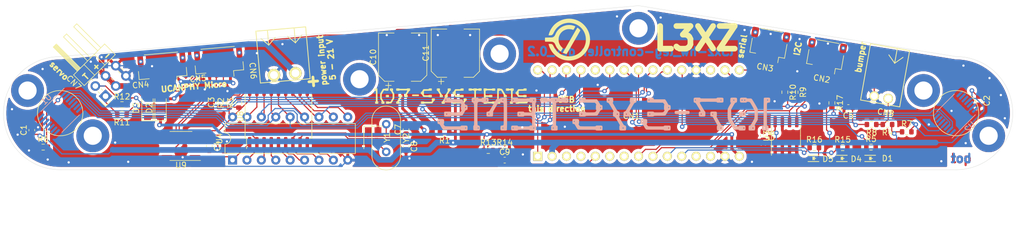
<source format=kicad_pcb>
(kicad_pcb (version 20211014) (generator pcbnew)
  (title_block (title "l3xz-hw_leg-controller") (date "2023-01-29") (rev "dev_0.2") (company "107-systems"))
  (layers (0 "F.Cu" signal) (31 "B.Cu" signal) (34 "B.Paste" user) (35 "F.Paste" user) (36 "B.SilkS" user "B.Silkscreen") (37 "F.SilkS" user "F.Silkscreen") (38 "B.Mask" user) (39 "F.Mask" user) (44 "Edge.Cuts" user))
  (net 0 "")
  (net 1 "+3.3V")
  (net 2 "GND")
  (net 3 "MCP2515_CS")
  (net 4 "MCP2515_INT")
  (net 5 "MOSI")
  (net 6 "SCK")
  (net 7 "MISO")
  (net 8 "/MCP2515/TXCAN")
  (net 9 "/MCP2515/RXCAN")
  (net 10 "/BUMPER")
  (net 11 "AS5048_2_CS")
  (net 12 "AS5048_1_CS")
  (net 13 "/SERVO2")
  (net 14 "/SERVO1")
  (net 15 "SER_TX")
  (net 16 "SER_RX")
  (net 17 "I2C_SCL")
  (net 18 "I2C_SDA")
  (net 19 "/MCP2515/CANVCC")
  (net 20 "/MCP2515/CANH")
  (net 21 "/MCP2515/CANL")
  (net 22 "/SERVO1_R")
  (net 23 "/SERVO2_R")
  (net 24 "+BATT")
  (net 25 "/V_IN")
  (net 26 "/BUMPER_R")
  (net 27 "/+BATT_MEAS")
  (net 28 "/LED1")
  (net 29 "/LED2")
  (net 30 "/LED3")
  (net 31 "/LED1_R")
  (net 32 "/LED3_R")
  (net 33 "/LED2_R")
  (net 34 "/MCP2515/MCP2515_OSC2")
  (net 35 "/MCP2515/MCP2515_OSC1")
  (net 36 "/MCP2515/MCP2515_RESET")
  (net 37 "/MCP2515/MCP2515_SOF")
  (net 38 "/MCP2515/MCP2515_TX0RTS")
  (net 39 "/MCP2515/MCP2515_TX1RTS")
  (net 40 "/MCP2515/MCP2515_TX2RTS")
  (net 41 "/MCP2515/MCP2515_RX1BUF")
  (net 42 "/MCP2515/MCP2515_RX0BUF")
  (footprint "MECH_mounting_holes:MHP_3.2_5.8" (layer "F.Cu") (at 102.8 84)
    (fp_text reference "MECH1" hide)
    (fp_text value "MHP_3.2_5.8" hide)
  )
  (footprint "MECH_mounting_holes:MHP_3.2_5.8" (layer "F.Cu") (at 152 75)
    (fp_text reference "MECH2" hide)
    (fp_text value "MHP_3.2_5.8")
  )
  (footprint "MECH_mounting_holes:MHP_3.2_5.8" (layer "F.Cu") (at 55.75 94)
    (fp_text reference "MECH3" hide)
    (fp_text value "MHP_3.2_5.8")
  )
  (footprint "MECH_mounting_holes:MHP_3.2_5.8" (layer "F.Cu") (at 213.75 94)
    (fp_text reference "MECH4" hide)
    (fp_text value "MHP_3.2_5.8")
  )
  (footprint "Resistor_SMD:R_0603_1608Metric" (layer "F.Cu") (at 79.8 88.2 90)
    (fp_text reference "R2")
    (fp_text value "10k")
  )
  (footprint "Package_SO:SOIC-18W_7.5x11.6mm_P1.27mm" (layer "F.Cu") (at 88.5 90.6 90)
    (fp_text reference "U8")
    (fp_text value "MCP2515")
  )
  (footprint "Capacitor_SMD:C_0603_1608Metric" (layer "F.Cu") (at 78.1 88.1 90)
    (fp_text reference "C3")
    (fp_text value "100nF")
  )
  (footprint "Capacitor_SMD:C_0603_1608Metric" (layer "F.Cu") (at 76.3 95.8 -90)
    (fp_text reference "C4")
    (fp_text value "100nF")
  )
  (footprint "Resistor_SMD:R_0603_1608Metric" (layer "F.Cu") (at 117.8 93.4 180)
    (fp_text reference "R1")
    (fp_text value "10k")
  )
  (footprint "Resistor_SMD:R_0603_1608Metric" (layer "F.Cu") (at 81.5 88.2 90)
    (fp_text reference "R3")
    (fp_text value "10k")
  )
  (footprint "MECH_mounting_holes:MHP_3.2_5.8" (layer "F.Cu") (at 127.5 79.5)
    (fp_text reference "MECH5" hide)
    (fp_text value "MHP_3.2_5.8")
  )
  (footprint "MECH_mounting_holes:MHP_3.2_5.8" (layer "F.Cu") (at 44.25 86)
    (fp_text reference "MECH6" hide)
    (fp_text value "MHP_3.2_5.8")
  )
  (footprint "MECH_mounting_holes:MHP_3.2_5.8" (layer "F.Cu") (at 202.25 86)
    (fp_text reference "MECH7" hide)
    (fp_text value "MHP_3.2_5.8")
  )
  (footprint "MODULE_compute:ARDUINO_NANO_33" (layer "F.Cu") (at 152 90)
    (fp_text reference "CN1")
    (fp_text value "ARDUINO_NANO_33")
  )
  (footprint "Capacitor_SMD:C_0603_1608Metric" (layer "F.Cu") (at 45 93 90)
    (fp_text reference "C1")
    (fp_text value "100nF")
  )
  (footprint "Capacitor_SMD:C_0603_1608Metric" (layer "F.Cu") (at 212 87.8 -90)
    (fp_text reference "C2")
    (fp_text value "100nF")
  )
  (footprint "LEDs:LED_0603" (layer "F.Cu") (at 193 98)
    (fp_text reference "D1")
    (fp_text value "LED green")
  )
  (footprint "Resistor_SMD:R_0603_1608Metric" (layer "F.Cu") (at 195.9 92 180)
    (fp_text reference "R4")
    (fp_text value "10k")
  )
  (footprint "Resistor_SMD:R_0603_1608Metric" (layer "F.Cu") (at 193 96)
    (fp_text reference "R5")
    (fp_text value "3k3")
  )
  (footprint "Resistor_SMD:R_0603_1608Metric" (layer "F.Cu") (at 47 96)
    (fp_text reference "R6")
    (fp_text value "10k")
  )
  (footprint "Resistor_SMD:R_0603_1608Metric" (layer "F.Cu") (at 199.3 93.3)
    (fp_text reference "R7")
    (fp_text value "10k")
  )
  (footprint "Capacitor_SMD:C_0603_1608Metric" (layer "F.Cu") (at 189 89 180)
    (fp_text reference "C5")
    (fp_text value "100nF")
  )
  (footprint "Capacitor_SMD:C_0603_1608Metric" (layer "F.Cu") (at 174 94 -90)
    (fp_text reference "C6")
    (fp_text value "100nF")
  )
  (footprint "Capacitor_SMD:C_0603_1608Metric" (layer "F.Cu") (at 111 92.9 90)
    (fp_text reference "C7")
    (fp_text value "10pF")
  )
  (footprint "Capacitor_SMD:C_0603_1608Metric" (layer "F.Cu") (at 111 95.9 -90)
    (fp_text reference "C8")
    (fp_text value "10pF")
  )
  (footprint "Connector_JST:JST_SH_SM04B-SRSS-TB_1x04-1MP_P1.00mm_Horizontal" (layer "F.Cu") (at 185 80 170)
    (fp_text reference "CN2")
    (fp_text value "SM04B-SRSS-TB")
  )
  (footprint "Connector_JST:JST_SH_SM04B-SRSS-TB_1x04-1MP_P1.00mm_Horizontal" (layer "F.Cu") (at 175 78 170)
    (fp_text reference "CN3")
    (fp_text value "SM04B-SRSS-TB")
  )
  (footprint "Connector_JST:JST_GH_SM04B-GHS-TB_1x04-1MP_P1.25mm_Horizontal" (layer "F.Cu") (at 78 81 -175)
    (fp_text reference "CN5")
    (fp_text value "GH_SM04B-GHS-TB")
  )
  (footprint "Connector_PinHeader_2.54mm:PinHeader_2x03_P2.54mm_Horizontal" (layer "F.Cu") (at 58 87 135)
    (fp_text reference "CN7")
    (fp_text value "CONN_02X03")
  )
  (footprint "Diode_SMD:D_SOD-123" (layer "F.Cu") (at 67.7 89.1 90)
    (fp_text reference "D2")
    (fp_text value "MBR0530T1G")
  )
  (footprint "Resistor_SMD:R_0603_1608Metric" (layer "F.Cu") (at 193.1 92 180)
    (fp_text reference "R8")
    (fp_text value "10k")
  )
  (footprint "Package_SO:SOIC-8_3.9x4.9mm_P1.27mm" (layer "F.Cu") (at 178 94 90)
    (fp_text reference "U3")
    (fp_text value "24LC64")
  )
  (footprint "Resistor_SMD:R_0603_1608Metric" (layer "F.Cu") (at 179.6 86.3 -90)
    (fp_text reference "R9")
    (fp_text value "10k")
  )
  (footprint "Resistor_SMD:R_0603_1608Metric" (layer "F.Cu") (at 177.8 86.3 -90)
    (fp_text reference "R10")
    (fp_text value "10k")
  )
  (footprint "Resistor_SMD:R_0603_1608Metric" (layer "F.Cu") (at 60.9 90.2 180)
    (fp_text reference "R11")
    (fp_text value "100R")
  )
  (footprint "Resistor_SMD:R_0603_1608Metric" (layer "F.Cu") (at 60.9 88.5)
    (fp_text reference "R12")
    (fp_text value "100R")
  )
  (footprint "Connector_JST:JST_GH_SM04B-GHS-TB_1x04-1MP_P1.25mm_Horizontal" (layer "F.Cu") (at 68 82 -175)
    (fp_text reference "CN4")
    (fp_text value "GH_SM04B-GHS-TB")
  )
  (footprint "CON_wuerth:WR-TBL_691382010002" (layer "F.Cu") (at 194.8 87.2 170)
    (fp_text reference "CN8")
    (fp_text value "WAGO 733-362" hide)
  )
  (footprint "CON_wuerth:WR-TBL_691322310002" (layer "F.Cu") (at 89.6 83.1 -175)
    (fp_text reference "CN6")
    (fp_text value "691322310002" hide)
  )
  (footprint "Diode_SMD:D_SOD-123" (layer "F.Cu") (at 65.4 89.1 90)
    (fp_text reference "D3")
    (fp_text value "MBR0530T1G")
  )
  (footprint "Capacitor_SMD:C_0603_1608Metric" (layer "F.Cu") (at 128.4 98.3)
    (fp_text reference "C9")
    (fp_text value "100nF")
  )
  (footprint "LEDs:LED_0603" (layer "F.Cu") (at 183 98)
    (fp_text reference "D5")
    (fp_text value "LED red")
  )
  (footprint "Resistor_SMD:R_0603_1608Metric" (layer "F.Cu") (at 125.5 96.6)
    (fp_text reference "R13")
    (fp_text value "100k")
  )
  (footprint "Resistor_SMD:R_0603_1608Metric" (layer "F.Cu") (at 128.4 96.6)
    (fp_text reference "R14")
    (fp_text value "10k")
  )
  (footprint "Resistor_SMD:R_0603_1608Metric" (layer "F.Cu") (at 188 96.1)
    (fp_text reference "R15")
    (fp_text value "3k3")
  )
  (footprint "Resistor_SMD:R_0603_1608Metric" (layer "F.Cu") (at 183 96.1)
    (fp_text reference "R16")
    (fp_text value "3k3")
  )
  (footprint "LEDs:LED_0603" (layer "F.Cu") (at 188 98)
    (fp_text reference "D4")
    (fp_text value "LED yellow")
  )
  (footprint "Capacitor_SMD:CP_Elec_8x10" (layer "F.Cu") (at 110.4 80.1 90)
    (fp_text reference "C10")
    (fp_text value "100uF 25V")
  )
  (footprint "Capacitor_SMD:CP_Elec_8x10" (layer "F.Cu") (at 119.7 79.4 90)
    (fp_text reference "C11")
    (fp_text value "100uF 25V")
  )
  (footprint "labels:107systems_logo_small" (layer "F.Cu") (at 119.1 87)
    (fp_text reference "L1" hide)
    (fp_text value "Label" hide)
  )
  (footprint "Package_DIP:DIP-18_W7.62mm" (layer "F.Cu") (at 80.4 98.3 90)
    (fp_text reference "U4")
    (fp_text value "MCP2515")
  )
  (footprint "labels:opencyphal_small" (layer "F.Cu") (at 139.5 77)
    (fp_text reference "L3" hide)
    (fp_text value "Label" hide)
  )
  (footprint "Package_SO:SOIC-8_3.9x4.9mm_P1.27mm" (layer "F.Cu") (at 71.3 95.8 180)
    (fp_text reference "U9")
    (fp_text value "SN65HVD232")
  )
  (footprint "Crystal:Crystal_SMD_3225-4Pin_3.2x2.5mm" (layer "F.Cu") (at 105.2 94.3 -90)
    (fp_text reference "Y1")
    (fp_text value "16MHz")
  )
  (footprint "Crystal:Crystal_HC49-U_Vertical" (layer "F.Cu") (at 107.5 91.95 -90)
    (fp_text reference "Y2")
    (fp_text value "16MHz")
  )
  (footprint "Resistor_SMD:R_0603_1608Metric" (layer "F.Cu") (at 186.1 88.2 -90)
    (fp_text reference "R17")
    (fp_text value "10k")
  )
  (footprint "Package_SO:TSSOP-14_4.4x5mm_P0.65mm" (layer "B.Cu") (at 50 90 -135)
    (fp_text reference "U1")
    (fp_text value "AS5048A")
  )
  (footprint "Package_SO:TSSOP-14_4.4x5mm_P0.65mm" (layer "B.Cu") (at 208 90 45)
    (fp_text reference "U2")
    (fp_text value "AS5048A")
  )
  (footprint "labels:107-systems_logo_big" (layer "B.Cu") (at 145.9 90.2 180)
    (fp_text reference "L2" hide)
    (fp_text value "Label" hide)
  )
  (gr_circle (center 50 90) (end 54 90) (layer "F.SilkS") (width 0.12) (fill none))
  (gr_circle (center 208 90) (end 212 90) (layer "F.SilkS") (width 0.12) (fill none))
  (gr_line (start 208 100) (end 50 100) (layer "Edge.Cuts") (width 0.05))
  (gr_line (start 152 71) (end 50 80) (layer "Edge.Cuts") (width 0.05))
  (gr_line (start 208 80) (end 152 71) (layer "Edge.Cuts") (width 0.05))
  (gr_arc (start 50 100) (mid 40 90) (end 50 80) (layer "Edge.Cuts") (width 0.05))
  (gr_arc (start 208 80) (mid 218 90) (end 208 100) (layer "Edge.Cuts") (width 0.05))
  (gr_text "top" (at 208.9 98) (layer "F.Cu") (effects (font (size 1.5 1.5) (thickness 0.375))))
  (gr_text "l3xz-hw_leg-controller dev_0.2" (at 150.6 79.1) (layer "B.Cu") (effects (font (size 1.5 1.5) (thickness 0.375)) (justify mirror)))
  (gr_text "bot" (at 208.9 98) (layer "B.Cu") (effects (font (size 1.5 1.5) (thickness 0.375)) (justify mirror)))
  (gr_text "T  +  -" (at 56.5 81.6 45) (layer "F.SilkS") (effects (font (size 1 1) (thickness 0.25))))
  (gr_text "UCANPHY Micro" (at 73.6 85.3 5) (layer "F.SilkS") (effects (font (size 1 1) (thickness 0.25))))
  (gr_text "<- USB\nthis direction" (at 137.6 88.4) (layer "F.SilkS") (effects (font (size 1 1) (thickness 0.25))))
  (gr_text "L3XZ" (at 162.2 76.8) (layer "F.SilkS") (effects (font (size 4 4) (thickness 1))))
  (gr_text "power input\n5 - 21 V" (at 97 80.6 95) (layer "F.SilkS") (effects (font (size 1 1) (thickness 0.25))))
  (gr_text "servo" (at 49.8 82.5 315) (layer "F.SilkS") (effects (font (size 1 1) (thickness 0.25))))
  (gr_text "bumper" (at 191.2 80.1 80) (layer "F.SilkS") (effects (font (size 1 1) (thickness 0.25))))
  (gr_text "+" (at 94.5 84.4 95) (layer "F.SilkS") (effects (font (size 2 2) (thickness 0.5))))
  (gr_text "serial" (at 170.3 78.2 80) (layer "F.SilkS") (effects (font (size 1 1) (thickness 0.25))))
  (gr_text "I2C" (at 180.1 78.6 80) (layer "F.SilkS") (effects (font (size 1 1) (thickness 0.25))))
  (via (at 64.2 80.9) (size 0.8) (drill 0.4) (layers "F.Cu" "B.Cu") (net 0))
  (via (at 71.6 80.2) (size 0.8) (drill 0.4) (layers "F.Cu" "B.Cu") (net 0))
  (via (at 178.1 76.6) (size 0.8) (drill 0.4) (layers "F.Cu" "B.Cu") (net 0))
  (via (at 74.1 79.8) (size 0.8) (drill 0.4) (layers "F.Cu" "B.Cu") (net 0))
  (via (at 182.6 77.5) (size 0.8) (drill 0.4) (layers "F.Cu" "B.Cu") (net 0))
  (via (at 188.1 78.5) (size 0.8) (drill 0.4) (layers "F.Cu" "B.Cu") (net 0))
  (via (at 172.6 75.7) (size 0.8) (drill 0.4) (layers "F.Cu" "B.Cu") (net 0))
  (via (at 81.6 79.3) (size 0.8) (drill 0.4) (layers "F.Cu" "B.Cu") (net 0))
  (segment (start 79.8 88.95) (end 79.8 90.08) (width 0.2) (layer "F.Cu") (net 1))
  (segment (start 119.7 82.6512) (end 119.7 93.6) (width 0.5) (layer "F.Cu") (net 1))
  (segment (start 179.6 85.55) (end 181.05 85.55) (width 0.2) (layer "F.Cu") (net 1))
  (segment (start 46.25 94.15) (end 46.4 94) (width 0.2) (layer "F.Cu") (net 1))
  (segment (start 182.8 80.3) (end 184.8 80.3) (width 0.2) (layer "F.Cu") (net 1))
  (segment (start 73.265 95.165) (end 72.7 94.6) (width 0.2) (layer "F.Cu") (net 1))
  (segment (start 185.555961 86.555961) (end 185.155961 86.555961) (width 0.2) (layer "F.Cu") (net 1))
  (segment (start 72.7 93.5) (end 73.1 93.1) (width 0.2) (layer "F.Cu") (net 1))
  (segment (start 175.75 93.25) (end 176.0915 92.9085) (width 0.2) (layer "F.Cu") (net 1))
  (segment (start 198.55 93.3) (end 197.4 93.3) (width 0.2) (layer "F.Cu") (net 1))
  (segment (start 83.42 85.9) (end 83.42 87.66) (width 0.2) (layer "F.Cu") (net 1))
  (segment (start 79.8 88.95) (end 81.5 88.95) (width 0.2) (layer "F.Cu") (net 1))
  (segment (start 185.155961 81.994889) (end 185.155961 86.555961) (width 0.2) (layer "F.Cu") (net 1))
  (segment (start 72.7 94.6) (end 72.7 93.5) (width 0.2) (layer "F.Cu") (net 1))
  (segment (start 196.65 93.15) (end 197.1 93.6) (width 0.2) (layer "F.Cu") (net 1))
  (segment (start 212 87.05) (end 211.85 87.05) (width 0.2) (layer "F.Cu") (net 1))
  (segment (start 119.5 93.4) (end 119.7 93.6) (width 0.2) (layer "F.Cu") (net 1))
  (segment (start 79.8 90.08) (end 80.4 90.68) (width 0.2) (layer "F.Cu") (net 1))
  (segment (start 73.1 93.1) (end 77.98 93.1) (width 0.2) (layer "F.Cu") (net 1))
  (segment (start 119.7 94.8) (end 119.299999 95.200001) (width 0.5) (layer "F.Cu") (net 1))
  (segment (start 186.1 87.45) (end 186.1 87.1) (width 0.2) (layer "F.Cu") (net 1))
  (segment (start 177.8 85.55) (end 179.6 85.55) (width 0.2) (layer "F.Cu") (net 1))
  (segment (start 211.85 87.05) (end 210.8 86) (width 0.2) (layer "F.Cu") (net 1))
  (segment (start 46.25 96) (end 46.25 94.15) (width 0.2) (layer "F.Cu") (net 1))
  (segment (start 176.0915 91.3045) (end 176.0915 93.2915) (width 0.2) (layer "F.Cu") (net 1))
  (segment (start 78.1 88.85) (end 79.7 88.85) (width 0.2) (layer "F.Cu") (net 1))
  (segment (start 79.7 88.85) (end 79.8 88.95) (width 0.2) (layer "F.Cu") (net 1))
  (segment (start 174 93.25) (end 175.75 93.25) (width 0.2) (layer "F.Cu") (net 1))
  (segment (start 176.0915 93.2915) (end 176.3 93.5) (width 0.2) (layer "F.Cu") (net 1))
  (segment (start 176.0915 92.9085) (end 176.0915 91.3045) (width 0.2) (layer "F.Cu") (net 1))
  (segment (start 45 93.75) (end 46.15 93.75) (width 0.2) (layer "F.Cu") (net 1))
  (segment (start 76.3 95.05) (end 77.15 95.05) (width 0.2) (layer "F.Cu") (net 1))
  (segment (start 175.155961 79.994889) (end 175.155961 80.855961) (width 0.2) (layer "F.Cu") (net 1))
  (segment (start 81.5 88.95) (end 82.13 88.95) (width 0.2) (layer "F.Cu") (net 1))
  (segment (start 77.98 93.1) (end 78.79 92.29) (width 0.2) (layer "F.Cu") (net 1))
  (segment (start 119.7 93.6) (end 119.7 94.8) (width 0.5) (layer "F.Cu") (net 1))
  (segment (start 197.4 93.3) (end 197.1 93.6) (width 0.2) (layer "F.Cu") (net 1))
  (segment (start 184.8 80.3) (end 185.155961 80.655961) (width 0.2) (layer "F.Cu") (net 1))
  (segment (start 118.55 93.4) (end 119.5 93.4) (width 0.2) (layer "F.Cu") (net 1))
  (segment (start 175.155961 80.855961) (end 175.583867 81.283867) (width 0.2) (layer "F.Cu") (net 1))
  (segment (start 76.185 95.165) (end 76.3 95.05) (width 0.2) (layer "F.Cu") (net 1))
  (segment (start 82.13 88.95) (end 82.24 88.84) (width 0.2) (layer "F.Cu") (net 1))
  (segment (start 77.15 95.05) (end 77.8 95.7) (width 0.2) (layer "F.Cu") (net 1))
  (segment (start 181.5 80.3) (end 182.8 80.3) (width 0.2) (layer "F.Cu") (net 1))
  (segment (start 78.79 92.29) (end 80.4 90.68) (width 0.2) (layer "F.Cu") (net 1))
  (segment (start 83.42 87.66) (end 82.24 88.84) (width 0.2) (layer "F.Cu") (net 1))
  (segment (start 77.8 95.7) (end 77.8 96.4) (width 0.2) (layer "F.Cu") (net 1))
  (segment (start 186.1 87.1) (end 185.555961 86.555961) (width 0.2) (layer "F.Cu") (net 1))
  (segment (start 182.4 84.2) (end 182.4 80.7) (width 0.2) (layer "F.Cu") (net 1))
  (segment (start 74.15 95.165) (end 76.185 95.165) (width 0.2) (layer "F.Cu") (net 1))
  (segment (start 196.65 92) (end 196.65 93.15) (width 0.2) (layer "F.Cu") (net 1))
  (segment (start 185.155961 92.955961) (end 185.7 93.5) (width 0.2) (layer "F.Cu") (net 1))
  (segment (start 181.05 85.55) (end 182.4 84.2) (width 0.2) (layer "F.Cu") (net 1))
  (segment (start 185.155961 86.555961) (end 185.155961 92.955961) (width 0.2) (layer "F.Cu") (net 1))
  (segment (start 74.15 95.165) (end 73.265 95.165) (width 0.2) (layer "F.Cu") (net 1))
  (segment (start 185.155961 80.655961) (end 185.155961 81.994889) (width 0.2) (layer "F.Cu") (net 1))
  (segment (start 175.583867 81.283867) (end 180.516133 81.283867) (width 0.2) (layer "F.Cu") (net 1))
  (segment (start 182.4 80.7) (end 182.8 80.3) (width 0.2) (layer "F.Cu") (net 1))
  (segment (start 77.8 96.4) (end 77.7 96.5) (width 0.2) (layer "F.Cu") (net 1))
  (segment (start 180.516133 81.283867) (end 181.5 80.3) (width 0.2) (layer "F.Cu") (net 1))
  (segment (start 46.15 93.75) (end 46.4 94) (width 0.2) (layer "F.Cu") (net 1))
  (segment (start 82.24 88.84) (end 80.4 90.68) (width 0.2) (layer "F.Cu") (net 1))
  (via (at 176.3 93.5) (size 0.8) (drill 0.4) (layers "F.Cu" "B.Cu") (net 1))
  (via (at 210.8 86) (size 0.8) (drill 0.4) (layers "F.Cu" "B.Cu") (net 1))
  (via (at 197.1 93.6) (size 0.8) (drill 0.4) (layers "F.Cu" "B.Cu") (net 1))
  (via (at 185.7 93.5) (size 0.8) (drill 0.4) (layers "F.Cu" "B.Cu") (net 1))
  (via (at 46.4 94) (size 0.8) (drill 0.4) (layers "F.Cu" "B.Cu") (net 1))
  (via (at 119.299999 95.200001) (size 0.8) (drill 0.4) (layers "F.Cu" "B.Cu") (net 1))
  (via (at 77.7 96.5) (size 0.8) (drill 0.4) (layers "F.Cu" "B.Cu") (net 1))
  (segment (start 46.4 94) (end 47.1 94) (width 0.2) (layer "B.Cu") (net 1))
  (segment (start 176.3 93.5) (end 176.3 95.000002) (width 0.2) (layer "B.Cu") (net 1))
  (segment (start 47.914035 92.085965) (end 47.2 92.8) (width 0.2) (layer "B.Cu") (net 1))
  (segment (start 59.3 96.5) (end 59.25 96.45) (width 1) (layer "B.Cu") (net 1))
  (segment (start 136.76 96.24) (end 137.799999 95.200001) (width 1) (layer "B.Cu") (net 1))
  (segment (start 141.299999 95.200001) (end 176.499999 95.200001) (width 1) (layer "B.Cu") (net 1))
  (segment (start 185.7 93.5) (end 185.7 95.000002) (width 0.2) (layer "B.Cu") (net 1))
  (segment (start 77.7 96.5) (end 59.3 96.5) (width 1) (layer "B.Cu") (net 1))
  (segment (start 197.1 93.6) (end 197.500001 94.000001) (width 0.2) (layer "B.Cu") (net 1))
  (segment (start 210.085965 87.914035) (end 210.598107 87.401893) (width 0.2) (layer "B.Cu") (net 1))
  (segment (start 185.7 95.000002) (end 185.500001 95.200001) (width 0.2) (layer "B.Cu") (net 1))
  (segment (start 47.2 94.1) (end 47.35 94.25) (width 0.2) (layer "B.Cu") (net 1))
  (segment (start 137.799999 95.200001) (end 119.299999 95.200001) (width 1) (layer "B.Cu") (net 1))
  (segment (start 197.500001 95.200001) (end 204.400001 95.200001) (width 1) (layer "B.Cu") (net 1))
  (segment (start 47.2 92.8) (end 47.2 94.1) (width 0.2) (layer "B.Cu") (net 1))
  (segment (start 58.499999 97.200001) (end 59.25 96.45) (width 0.2) (layer "B.Cu") (net 1))
  (segment (start 116.399999 95.200001) (end 119.299999 95.200001) (width 1) (layer "B.Cu") (net 1))
  (segment (start 108.348799 98.251201) (end 110.1 96.5) (width 1) (layer "B.Cu") (net 1))
  (segment (start 110.1 96.5) (end 115.1 96.5) (width 1) (layer "B.Cu") (net 1))
  (segment (start 137.600001 95.200001) (end 141.299999 95.200001) (width 1) (layer "B.Cu") (net 1))
  (segment (start 210.262725 87.914035) (end 210.085965 87.914035) (width 0.2) (layer "B.Cu") (net 1))
  (segment (start 176.3 95.000002) (end 176.499999 95.200001) (width 0.2) (layer "B.Cu") (net 1))
  (segment (start 211.501893 87.401893) (end 212.9 88.8) (width 0.2) (layer "B.Cu") (net 1))
  (segment (start 47.1 94) (end 47.35 94.25) (width 0.2) (layer "B.Cu") (net 1))
  (segment (start 106.251201 98.251201) (end 108.348799 98.251201) (width 1) (layer "B.Cu") (net 1))
  (segment (start 210.8 87.37676) (end 210.262725 87.914035) (width 0.2) (layer "B.Cu") (net 1))
  (segment (start 197.500001 94.000001) (end 197.500001 95.200001) (width 0.2) (layer "B.Cu") (net 1))
  (segment (start 77.7 96.5) (end 104.5 96.5) (width 1) (layer "B.Cu") (net 1))
  (segment (start 212.9 89.6) (end 207.299999 95.200001) (width 0.2) (layer "B.Cu") (net 1))
  (segment (start 104.5 96.5) (end 106.251201 98.251201) (width 1) (layer "B.Cu") (net 1))
  (segment (start 210.8 86) (end 210.8 87.37676) (width 0.2) (layer "B.Cu") (net 1))
  (segment (start 210.598107 87.401893) (end 211.501893 87.401893) (width 0.2) (layer "B.Cu") (net 1))
  (segment (start 47.35 94.25) (end 50.300001 97.200001) (width 0.2) (layer "B.Cu") (net 1))
  (segment (start 212.9 88.8) (end 212.9 89.6) (width 0.2) (layer "B.Cu") (net 1))
  (segment (start 207.299999 95.200001) (end 204.400001 95.200001) (width 0.2) (layer "B.Cu") (net 1))
  (segment (start 185.500001 95.200001) (end 197.500001 95.200001) (width 1) (layer "B.Cu") (net 1))
  (segment (start 115.1 96.5) (end 116.399999 95.200001) (width 1) (layer "B.Cu") (net 1))
  (segment (start 136.76 97.62) (end 136.76 96.24) (width 1) (layer "B.Cu") (net 1))
  (segment (start 141.299999 95.200001) (end 137.799999 95.200001) (width 1) (layer "B.Cu") (net 1))
  (segment (start 176.499999 95.200001) (end 185.500001 95.200001) (width 1) (layer "B.Cu") (net 1))
  (segment (start 50.300001 97.200001) (end 58.499999 97.200001) (width 0.2) (layer "B.Cu") (net 1))
  (segment (start 107.6 76.2) (end 96.764422 76.2) (width 0.2) (layer "F.Cu") (net 2))
  (segment (start 113.3 76.2) (end 107.6 76.2) (width 0.2) (layer "F.Cu") (net 2))
  (segment (start 116.6 76.2) (end 113.3 76.2) (width 0.2) (layer "F.Cu") (net 2))
  (segment (start 122.3 76.2) (end 116.6 76.2) (width 0.2) (layer "F.Cu") (net 2))
  (segment (start 138.2 76.2) (end 122.3 76.2) (width 0.2) (layer "F.Cu") (net 2))
  (segment (start 111.6 98) (end 111 98) (width 0.2) (layer "F.Cu") (net 2))
  (segment (start 194.175 82.925) (end 191.75 80.5) (width 0.2) (layer "F.Cu") (net 2))
  (segment (start 194.175 83.125) (end 194.175 82.925) (width 0.2) (layer "F.Cu") (net 2))
  (segment (start 112.4 95.4) (end 112.4 95) (width 0.2) (layer "F.Cu") (net 2))
  (segment (start 191.75 80.5) (end 186.2 80.5) (width 0.2) (layer "F.Cu") (net 2))
  (segment (start 187.2507 98) (end 187.2507 99.1507) (width 0.2) (layer "F.Cu") (net 2))
  (segment (start 66.293373 84.006377) (end 66.293373 81.793373) (width 0.2) (layer "F.Cu") (net 2))
  (segment (start 111 92.15) (end 110.45 92.15) (width 0.2) (layer "F.Cu") (net 2))
  (segment (start 188.25 93.9993) (end 192.2507 98) (width 0.2) (layer "F.Cu") (net 2))
  (segment (start 174 94.75) (end 174 99.2) (width 0.2) (layer "F.Cu") (net 2))
  (segment (start 179.9015 96.7045) (end 176.0915 96.7045) (width 0.2) (layer "F.Cu") (net 2))
  (segment (start 109.6 99.1) (end 106.60148 99.1) (width 0.2) (layer "F.Cu") (net 2))
  (segment (start 78.1 87.35) (end 78.25 87.35) (width 0.2) (layer "F.Cu") (net 2))
  (segment (start 179.032263 78.532263) (end 176.467737 78.532263) (width 0.2) (layer "F.Cu") (net 2))
  (segment (start 194.25 83) (end 194.175 82.925) (width 0.2) (layer "F.Cu") (net 2))
  (segment (start 182.2507 98) (end 182.2507 98.8493) (width 0.2) (layer "F.Cu") (net 2))
  (segment (start 110.45 92.15) (end 109.048799 90.748799) (width 0.2) (layer "F.Cu") (net 2))
  (segment (start 106.1 91.1) (end 106.1 93.15) (width 0.2) (layer "F.Cu") (net 2))
  (segment (start 176.140768 78.859232) (end 176.467737 78.532263) (width 0.2) (layer "F.Cu") (net 2))
  (segment (start 84.7 79.4) (end 85.324999 80.024999) (width 0.2) (layer "F.Cu") (net 2))
  (segment (start 129.15 96.6) (end 129.15 94.65) (width 0.2) (layer "F.Cu") (net 2))
  (segment (start 99.054301 96.634301) (end 100.72 98.3) (width 0.2) (layer "F.Cu") (net 2))
  (segment (start 109.048799 90.748799) (end 106.451201 90.748799) (width 0.2) (layer "F.Cu") (net 2))
  (segment (start 111 96.65) (end 111 98) (width 0.2) (layer "F.Cu") (net 2))
  (segment (start 179.8 79.3) (end 179.032263 78.532263) (width 0.2) (layer "F.Cu") (net 2))
  (segment (start 167.24 97.62) (end 168.82 99.2) (width 0.2) (layer "F.Cu") (net 2))
  (segment (start 140.532263 78.532263) (end 138.2 76.2) (width 0.2) (layer "F.Cu") (net 2))
  (segment (start 208.25 88.55) (end 207.2 89.6) (width 0.2) (layer "F.Cu") (net 2))
  (segment (start 96.764422 76.2) (end 87.042153 77.057847) (width 0.2) (layer "F.Cu") (net 2))
  (segment (start 129.15 94.65) (end 127.55001 93.05001) (width 0.2) (layer "F.Cu") (net 2))
  (segment (start 176.140768 80.168537) (end 176.140768 78.859232) (width 0.2) (layer "F.Cu") (net 2))
  (segment (start 186.2 80.5) (end 185.8 80.5) (width 0.2) (layer "F.Cu") (net 2))
  (segment (start 186.140768 82.168537) (end 186.140768 80.559232) (width 0.2) (layer "F.Cu") (net 2))
  (segment (start 176.0915 96.7045) (end 175.9545 96.7045) (width 0.2) (layer "F.Cu") (net 2))
  (segment (start 188.25 84.277769) (end 186.140768 82.168537) (width 0.2) (layer "F.Cu") (net 2))
  (segment (start 45 92.25) (end 45.85 92.25) (width 0.2) (layer "F.Cu") (net 2))
  (segment (start 168.82 99.2) (end 174 99.2) (width 0.2) (layer "F.Cu") (net 2))
  (segment (start 181.9 99.2) (end 187.3 99.2) (width 0.2) (layer "F.Cu") (net 2))
  (segment (start 126.95001 94.04999) (end 125.4 95.6) (width 0.2) (layer "F.Cu") (net 2))
  (segment (start 127.55001 93.05001) (end 126.95001 93.05001) (width 0.2) (layer "F.Cu") (net 2))
  (segment (start 100.72 98.3) (end 104.00076 98.3) (width 0.2) (layer "F.Cu") (net 2))
  (segment (start 74.15 96.435) (end 76.185 96.435) (width 0.2) (layer "F.Cu") (net 2))
  (segment (start 111 98) (end 110.7 98) (width 0.2) (layer "F.Cu") (net 2))
  (segment (start 87.702249 83.266032) (end 85.611218 81.175001) (width 0.2) (layer "F.Cu") (net 2))
  (segment (start 191.0507 99.2) (end 192.2507 98) (width 0.2) (layer "F.Cu") (net 2))
  (segment (start 193.56899 83.73101) (end 194.175 83.125) (width 0.2) (layer "F.Cu") (net 2))
  (segment (start 112.4 95) (end 112.4 93.55) (width 0.2) (layer "F.Cu") (net 2))
  (segment (start 204.8 92) (end 203.2 92) (width 0.2) (layer "F.Cu") (net 2))
  (segment (start 166.332263 78.532263) (end 166.007737 78.532263) (width 0.2) (layer "F.Cu") (net 2))
  (segment (start 190.2 99.2) (end 191.0507 99.2) (width 0.2) (layer "F.Cu") (net 2))
  (segment (start 71.5085 97.7085) (end 71.6 97.8) (width 0.2) (layer "F.Cu") (net 2))
  (segment (start 104.00076 98.3) (end 104.90112 97.39964) (width 0.2) (layer "F.Cu") (net 2))
  (segment (start 76.293373 85.006627) (end 75.5 85.8) (width 0.2) (layer "F.Cu") (net 2))
  (segment (start 199.2 99.2) (end 203.2 95.2) (width 0.2) (layer "F.Cu") (net 2))
  (segment (start 87.042153 77.057847) (end 84.7 79.4) (width 0.2) (layer "F.Cu") (net 2))
  (segment (start 85.611218 81.175001) (end 85.224999 81.175001) (width 0.2) (layer "F.Cu") (net 2))
  (segment (start 68.6045 97.7085) (end 71.5085 97.7085) (width 0.2) (layer "F.Cu") (net 2))
  (segment (start 104.3 96.79852) (end 104.90112 97.39964) (width 0.2) (layer "F.Cu") (net 2))
  (segment (start 188.25 89) (end 188.25 84.277769) (width 0.2) (layer "F.Cu") (net 2))
  (segment (start 111 96.65) (end 111.15 96.65) (width 0.2) (layer "F.Cu") (net 2))
  (segment (start 94.465699 95.3) (end 95.799999 96.634301) (width 0.2) (layer "F.Cu") (net 2))
  (segment (start 188.25 89) (end 188.25 93.9993) (width 0.2) (layer "F.Cu") (net 2))
  (segment (start 187.2507 99.1507) (end 187.3 99.2) (width 0.2) (layer "F.Cu") (net 2))
  (segment (start 76.185 96.435) (end 76.3 96.55) (width 0.2) (layer "F.Cu") (net 2))
  (segment (start 93.58 95.3) (end 94.465699 95.3) (width 0.2) (layer "F.Cu") (net 2))
  (segment (start 175.9545 96.7045) (end 174 94.75) (width 0.2) (layer "F.Cu") (net 2))
  (segment (start 166.332263 78.532263) (end 140.532263 78.532263) (width 0.2) (layer "F.Cu") (net 2))
  (segment (start 125.4 97.190002) (end 124.590002 98) (width 0.2) (layer "F.Cu") (net 2))
  (segment (start 76.293373 83.006377) (end 76.293373 85.006627) (width 0.2) (layer "F.Cu") (net 2))
  (segment (start 184.8 79.3) (end 179.8 79.3) (width 0.2) (layer "F.Cu") (net 2))
  (segment (start 106.60148 99.1) (end 104.90112 97.39964) (width 0.2) (layer "F.Cu") (net 2))
  (segment (start 182.2507 98.8493) (end 181.9 99.2) (width 0.2) (layer "F.Cu") (net 2))
  (segment (start 112 98) (end 111.6 98) (width 0.2) (layer "F.Cu") (net 2))
  (segment (start 78.25 87.35) (end 79.5 86.1) (width 0.2) (layer "F.Cu") (net 2))
  (segment (start 176.467737 78.532263) (end 166.332263 78.532263) (width 0.2) (layer "F.Cu") (net 2))
  (segment (start 174 99.2) (end 181.9 99.2) (width 0.2) (layer "F.Cu") (net 2))
  (segment (start 185.8 80.3) (end 184.8 79.3) (width 0.2) (layer "F.Cu") (net 2))
  (segment (start 193.56899 86.98294) (end 193.56899 83.73101) (width 0.2) (layer "F.Cu") (net 2))
  (segment (start 124.590002 98) (end 112 98) (width 0.2) (layer "F.Cu") (net 2))
  (segment (start 186.140768 80.559232) (end 186.2 80.5) (width 0.2) (layer "F.Cu") (net 2))
  (segment (start 85.324999 80.024999) (end 85.324999 81.175001) (width 0.2) (layer "F.Cu") (net 2))
  (segment (start 125.4 95.6) (end 125.4 97.190002) (width 0.2) (layer "F.Cu") (net 2))
  (segment (start 111.15 96.65) (end 112.4 95.4) (width 0.2) (layer "F.Cu") (net 2))
  (segment (start 166.007737 78.532263) (end 162.16 82.38) (width 0.2) (layer "F.Cu") (net 2))
  (segment (start 45.85 92.25) (end 46.1 92.5) (width 0.2) (layer "F.Cu") (net 2))
  (segment (start 185.8 80.5) (end 185.8 80.3) (width 0.2) (layer "F.Cu") (net 2))
  (segment (start 85.324999 81.175001) (end 85.224999 81.175001) (width 0.2) (layer "F.Cu") (net 2))
  (segment (start 212 88.55) (end 208.25 88.55) (width 0.2) (layer "F.Cu") (net 2))
  (segment (start 112.4 93.55) (end 111 92.15) (width 0.2) (layer "F.Cu") (net 2))
  (segment (start 190.2 99.2) (end 199.2 99.2) (width 0.2) (layer "F.Cu") (net 2))
  (segment (start 66.293373 81.793373) (end 66.2 81.7) (width 0.2) (layer "F.Cu") (net 2))
  (segment (start 74.15 96.435) (end 72.965 96.435) (width 0.2) (layer "F.Cu") (net 2))
  (segment (start 207.2 89.6) (end 204.8 92) (width 0.2) (layer "F.Cu") (net 2))
  (segment (start 72.965 96.435) (end 71.6 97.8) (width 0.2) (layer "F.Cu") (net 2))
  (segment (start 177.3615 91.3045) (end 177.3615 96.7045) (width 0.2) (layer "F.Cu") (net 2))
  (segment (start 203.2 95.2) (end 203.2 92) (width 0.2) (layer "F.Cu") (net 2))
  (segment (start 110.7 98) (end 109.6 99.1) (width 0.2) (layer "F.Cu") (net 2))
  (segment (start 104.3 95.45) (end 104.3 96.79852) (width 0.2) (layer "F.Cu") (net 2))
  (segment (start 187.3 99.2) (end 190.2 99.2) (width 0.2) (layer "F.Cu") (net 2))
  (segment (start 106.451201 90.748799) (end 106.1 91.1) (width 0.2) (layer "F.Cu") (net 2))
  (segment (start 129.15 96.6) (end 129.15 98.3) (width 0.2) (layer "F.Cu") (net 2))
  (segment (start 126.95001 93.05001) (end 126.95001 94.04999) (width 0.2) (layer "F.Cu") (net 2))
  (segment (start 95.799999 96.634301) (end 99.054301 96.634301) (width 0.2) (layer "F.Cu") (net 2))
  (via (at 79.4 95) (size 0.8) (drill 0.4) (layers "F.Cu" "B.Cu") (net 2))
  (via (at 41.5 89.3) (size 0.8) (drill 0.4) (layers "F.Cu" "B.Cu") (net 2))
  (via (at 47.8 98.2) (size 0.8) (drill 0.4) (layers "F.Cu" "B.Cu") (net 2))
  (via (at 131.5 92.5) (size 0.8) (drill 0.4) (layers "F.Cu" "B.Cu") (net 2))
  (via (at 59.7 95.2) (size 0.8) (drill 0.4) (layers "F.Cu" "B.Cu") (net 2))
  (via (at 180 82.6) (size 0.8) (drill 0.4) (layers "F.Cu" "B.Cu") (net 2))
  (via (at 55.4 80.9) (size 0.8) (drill 0.4) (layers "F.Cu" "B.Cu") (net 2))
  (via (at 51.5 98.7) (size 0.8) (drill 0.4) (layers "F.Cu" "B.Cu") (net 2))
  (via (at 180.4 76.9) (size 0.8) (drill 0.4) (layers "F.Cu" "B.Cu") (net 2))
  (via (at 89.2 77.8) (size 0.8) (drill 0.4) (layers "F.Cu" "B.Cu") (net 2))
  (via (at 79.5 86.1) (size 0.8) (drill 0.4) (layers "F.Cu" "B.Cu") (net 2))
  (via (at 71.6 97.8) (size 0.8) (drill 0.4) (layers "F.Cu" "B.Cu") (net 2))
  (via (at 209.3 81.6) (size 0.8) (drill 0.4) (layers "F.Cu" "B.Cu") (net 2))
  (via (at 216.6 90.9) (size 0.8) (drill 0.4) (layers "F.Cu" "B.Cu") (net 2))
  (via (at 170.7 75.3) (size 0.8) (drill 0.4) (layers "F.Cu" "B.Cu") (net 2))
  (via (at 75.5 85.8) (size 0.8) (drill 0.4) (layers "F.Cu" "B.Cu") (net 2))
  (via (at 111.6 98) (size 0.8) (drill 0.4) (layers "F.Cu" "B.Cu") (net 2))
  (via (at 66.2 81.7) (size 0.8) (drill 0.4) (layers "F.Cu" "B.Cu") (net 2))
  (via (at 175.3 76) (size 0.8) (drill 0.4) (layers "F.Cu" "B.Cu") (net 2))
  (via (at 185.4 77.7) (size 0.8) (drill 0.4) (layers "F.Cu" "B.Cu") (net 2))
  (via (at 134 86) (size 0.8) (drill 0.4) (layers "F.Cu" "B.Cu") (net 2))
  (via (at 42.5 93.8) (size 0.8) (drill 0.4) (layers "F.Cu" "B.Cu") (net 2))
  (via (at 112.4 95) (size 0.8) (drill 0.4) (layers "F.Cu" "B.Cu") (net 2))
  (via (at 139 92.4) (size 0.8) (drill 0.4) (layers "F.Cu" "B.Cu") (net 2))
  (via (at 155.9 73.1) (size 0.8) (drill 0.4) (layers "F.Cu" "B.Cu") (net 2))
  (via (at 44.5 96.6) (size 0.8) (drill 0.4) (layers "F.Cu" "B.Cu") (net 2))
  (via (at 131.6 97.3) (size 0.8) (drill 0.4) (layers "F.Cu" "B.Cu") (net 2))
  (via (at 113.3 76.2) (size 0.8) (drill 0.4) (layers "F.Cu" "B.Cu") (net 2))
  (via (at 107.6 76.2) (size 0.8) (drill 0.4) (layers "F.Cu" "B.Cu") (net 2))
  (via (at 46.9 82.2) (size 0.8) (drill 0.4) (layers "F.Cu" "B.Cu") (net 2))
  (via (at 144.8 85) (size 0.8) (drill 0.4) (layers "F.Cu" "B.Cu") (net 2))
  (via (at 183.9 88.3) (size 0.8) (drill 0.4) (layers "F.Cu" "B.Cu") (net 2))
  (via (at 116.6 76.2) (size 0.8) (drill 0.4) (layers "F.Cu" "B.Cu") (net 2))
  (via (at 62 98.6) (size 0.8) (drill 0.4) (layers "F.Cu" "B.Cu") (net 2))
  (via (at 176 87.9) (size 0.8) (drill 0.4) (layers "F.Cu" "B.Cu") (net 2))
  (via (at 46.1 92.5) (size 0.8) (drill 0.4) (layers "F.Cu" "B.Cu") (net 2))
  (via (at 122.3 76.2) (size 0.8) (drill 0.4) (layers "F.Cu" "B.Cu") (net 2))
  (via (at 203.2 92) (size 0.8) (drill 0.4) (layers "F.Cu" "B.Cu") (net 2))
  (via (at 172 98.6) (size 0.8) (drill 0.4) (layers "F.Cu" "B.Cu") (net 2))
  (via (at 207.2 89.6) (size 0.8) (drill 0.4) (layers "F.Cu" "B.Cu") (net 2))
  (via (at 215.9 86.8) (size 0.8) (drill 0.4) (layers "F.Cu" "B.Cu") (net 2))
  (via (at 209.7 95.3) (size 0.8) (drill 0.4) (layers "F.Cu" "B.Cu") (net 2))
  (via (at 84.7 79.4) (size 0.8) (drill 0.4) (layers "F.Cu" "B.Cu") (net 2))
  (via (at 148.2 72.9) (size 0.8) (drill 0.4) (layers "F.Cu" "B.Cu") (net 2))
  (via (at 213.9 83.8) (size 0.8) (drill 0.4) (layers "F.Cu" "B.Cu") (net 2))
  (via (at 205.4 98.5) (size 0.8) (drill 0.4) (layers "F.Cu" "B.Cu") (net 2))
  (segment (start 79.5 86.1) (end 79.8 85.8) (width 0.2) (layer "B.Cu") (net 2))
  (segment (start 46.1 92.061522) (end 46.994796 91.166726) (width 0.2) (layer "B.Cu") (net 2))
  (segment (start 48.2 89.961522) (end 46.994796 91.166726) (width 0.2) (layer "B.Cu") (net 2))
  (segment (start 204.680763 92.399999) (end 205.454416 91.626346) (width 0.2) (layer "B.Cu") (net 2))
  (segment (start 73.2 99.4) (end 99.62 99.4) (width 0.2) (layer "B.Cu") (net 2))
  (segment (start 75.5 85.8) (end 79.8 85.8) (width 0.2) (layer "B.Cu") (net 2))
  (segment (start 61.592102 83.407898) (end 60.728503 82.544298) (width 0.2) (layer "B.Cu") (net 2))
  (segment (start 84.7 79.4) (end 83.5 80.6) (width 0.2) (layer "B.Cu") (net 2))
  (segment (start 59.796051 81.611846) (end 50.588154 81.611846) (width 0.2) (layer "B.Cu") (net 2))
  (segment (start 60.728503 82.544298) (end 59.796051 81.611846) (width 0.2) (layer "B.Cu") (net 2))
  (segment (start 207.9 90.3) (end 207.2 89.6) (width 0.2) (layer "B.Cu") (net 2))
  (segment (start 79.8 85.8) (end 81.4 85.8) (width 0.2) (layer "B.Cu") (net 2))
  (segment (start 69.2 80.6) (end 66.2 80.6) (width 0.2) (layer "B.Cu") (net 2))
  (segment (start 81.4 85.8) (end 83.5 83.7) (width 0.2) (layer "B.Cu") (net 2))
  (segment (start 203.599999 92.399999) (end 204.680763 92.399999) (width 0.2) (layer "B.Cu") (net 2))
  (segment (start 64.988154 81.611846) (end 66 80.6) (width 0.2) (layer "B.Cu") (net 2))
  (segment (start 66.2 81.7) (end 66.2 80.6) (width 0.2) (layer "B.Cu") (net 2))
  (segment (start 50.957716 89.961522) (end 48.2 89.961522) (width 0.2) (layer "B.Cu") (net 2))
  (segment (start 50.588154 81.611846) (end 48.2 84) (width 0.2) (layer "B.Cu") (net 2))
  (segment (start 52.545584 88.373654) (end 50.957716 89.961522) (width 0.2) (layer "B.Cu") (net 2))
  (segment (start 70.5 81.4) (end 74.9 81.4) (width 0.5) (layer "B.Cu") (net 2))
  (segment (start 71.6 97.8) (end 73.2 99.4) (width 0.2) (layer "B.Cu") (net 2))
  (segment (start 46.1 92.5) (end 46.1 92.061522) (width 0.2) (layer "B.Cu") (net 2))
  (segment (start 48.2 84) (end 48.2 89.961522) (width 0.2) (layer "B.Cu") (net 2))
  (segment (start 66.2 80.6) (end 66 80.6) (width 0.2) (layer "B.Cu") (net 2))
  (segment (start 99.62 99.4) (end 100.72 98.3) (width 0.2) (layer "B.Cu") (net 2))
  (segment (start 74.9 81.4) (end 75.7 80.6) (width 0.5) (layer "B.Cu") (net 2))
  (segment (start 83.5 83.7) (end 83.5 80.6) (width 0.2) (layer "B.Cu") (net 2))
  (segment (start 69.2 80.6) (end 69.7 80.6) (width 0.5) (layer "B.Cu") (net 2))
  (segment (start 211.005204 88.833274) (end 209.538478 90.3) (width 0.2) (layer "B.Cu") (net 2))
  (segment (start 83.5 80.6) (end 75.7 80.6) (width 0.2) (layer "B.Cu") (net 2))
  (segment (start 209.538478 90.3) (end 207.9 90.3) (width 0.2) (layer "B.Cu") (net 2))
  (segment (start 59.796051 81.611846) (end 64.988154 81.611846) (width 0.2) (layer "B.Cu") (net 2))
  (segment (start 203.2 92) (end 203.599999 92.399999) (width 0.2) (layer "B.Cu") (net 2))
  (segment (start 69.7 80.6) (end 70.5 81.4) (width 0.5) (layer "B.Cu") (net 2))
  (segment (start 156.1 82.7) (end 156.76 82.7) (width 0.2) (layer "F.Cu") (net 3))
  (segment (start 82.19999 86.184312) (end 81.584302 86.8) (width 0.2) (layer "F.Cu") (net 3))
  (segment (start 85.96 85.9) (end 85.96 90.2) (width 0.2) (layer "F.Cu") (net 3))
  (segment (start 153.40001 85.99999) (end 153.40001 85.39999) (width 0.2) (layer "F.Cu") (net 3))
  (segment (start 82.19999 84.714309) (end 82.19999 86.184312) (width 0.2) (layer "F.Cu") (net 3))
  (segment (start 84.79999 84.09999) (end 82.814309 84.09999) (width 0.2) (layer "F.Cu") (net 3))
  (segment (start 85.96 85.26) (end 84.79999 84.09999) (width 0.2) (layer "F.Cu") (net 3))
  (segment (start 85.96 85.9) (end 85.96 85.26) (width 0.2) (layer "F.Cu") (net 3))
  (segment (start 156.76 82.7) (end 157.08 82.38) (width 0.2) (layer "F.Cu") (net 3))
  (segment (start 153.40001 86.10001) (end 153.40001 85.99999) (width 0.2) (layer "F.Cu") (net 3))
  (segment (start 153.8 86.5) (end 153.40001 86.10001) (width 0.2) (layer "F.Cu") (net 3))
  (segment (start 85.96 90.2) (end 85.48 90.68) (width 0.2) (layer "F.Cu") (net 3))
  (segment (start 153.40001 85.39999) (end 156.1 82.7) (width 0.2) (layer "F.Cu") (net 3))
  (segment (start 80.45 86.8) (end 79.8 87.45) (width 0.2) (layer "F.Cu") (net 3))
  (segment (start 81.584302 86.8) (end 80.45 86.8) (width 0.2) (layer "F.Cu") (net 3))
  (segment (start 82.814309 84.09999) (end 82.19999 84.714309) (width 0.2) (layer "F.Cu") (net 3))
  (via (at 153.8 86.5) (size 0.8) (drill 0.4) (layers "F.Cu" "B.Cu") (net 3))
  (segment (start 153.8 86.5) (end 153.100001 87.199999) (width 0.2) (layer "B.Cu") (net 3))
  (segment (start 85.48 89.72) (end 85.48 90.68) (width 0.2) (layer "B.Cu") (net 3))
  (segment (start 142.165689 87.199999) (end 140.965658 88.40003) (width 0.2) (layer "B.Cu") (net 3))
  (segment (start 153.100001 87.199999) (end 142.165689 87.199999) (width 0.2) (layer "B.Cu") (net 3))
  (segment (start 86.79997 88.40003) (end 85.48 89.72) (width 0.2) (layer "B.Cu") (net 3))
  (segment (start 140.965658 88.40003) (end 86.79997 88.40003) (width 0.2) (layer "B.Cu") (net 3))
  (segment (start 141.6 82.62) (end 141.84 82.38) (width 0.2) (layer "F.Cu") (net 4))
  (segment (start 141.6 88.8) (end 141.6 82.62) (width 0.2) (layer "F.Cu") (net 4))
  (segment (start 91.04 86.6) (end 95.12 90.68) (width 0.2) (layer "F.Cu") (net 4))
  (segment (start 114.09998 89.29998) (end 113.9 89.29998) (width 0.2) (layer "F.Cu") (net 4))
  (segment (start 117.05 92.25) (end 114.09998 89.29998) (width 0.2) (layer "F.Cu") (net 4))
  (segment (start 95.12 90.68) (end 95.64 90.68) (width 0.2) (layer "F.Cu") (net 4))
  (segment (start 91.04 85.9) (end 91.04 86.6) (width 0.2) (layer "F.Cu") (net 4))
  (segment (start 141.8 82.42) (end 141.84 82.38) (width 0.2) (layer "F.Cu") (net 4))
  (segment (start 117.05 93.4) (end 117.05 92.25) (width 0.2) (layer "F.Cu") (net 4))
  (via (at 113.9 89.29998) (size 0.8) (drill 0.4) (layers "F.Cu" "B.Cu") (net 4))
  (via (at 141.6 88.8) (size 0.8) (drill 0.4) (layers "F.Cu" "B.Cu") (net 4))
  (segment (start 97.51996 88.80004) (end 114.19996 88.80004) (width 0.2) (layer "B.Cu") (net 4))
  (segment (start 140.70004 88.80004) (end 141.59996 88.80004) (width 0.2) (layer "B.Cu") (net 4))
  (segment (start 95.64 90.68) (end 97.51996 88.80004) (width 0.2) (layer "B.Cu") (net 4))
  (segment (start 140.39996 88.80004) (end 114.19996 88.80004) (width 0.2) (layer "B.Cu") (net 4))
  (segment (start 113.9 89.1) (end 114.19996 88.80004) (width 0.2) (layer "B.Cu") (net 4))
  (segment (start 141.59996 88.80004) (end 141.6 88.8) (width 0.2) (layer "B.Cu") (net 4))
  (segment (start 140.70004 88.80004) (end 140.39996 88.80004) (width 0.2) (layer "B.Cu") (net 4))
  (segment (start 113.9 89.29998) (end 113.9 89.1) (width 0.2) (layer "B.Cu") (net 4))
  (segment (start 136.4 82.74) (end 136.76 82.38) (width 0.2) (layer "F.Cu") (net 5))
  (segment (start 88.5 88.62) (end 90.56 90.68) (width 0.2) (layer "F.Cu") (net 5))
  (segment (start 136.4 91.2) (end 136.4 82.74) (width 0.2) (layer "F.Cu") (net 5))
  (segment (start 88.5 85.9) (end 88.5 88.62) (width 0.2) (layer "F.Cu") (net 5))
  (via (at 136.4 91.2) (size 0.8) (drill 0.4) (layers "F.Cu" "B.Cu") (net 5))
  (segment (start 136.4 91.2) (end 135.832838 91.767162) (width 0.2) (layer "B.Cu") (net 5))
  (segment (start 77.534304 90.8) (end 79.351474 92.61717) (width 0.2) (layer "B.Cu") (net 5))
  (segment (start 139.9 90.8) (end 200.8 90.8) (width 0.2) (layer "B.Cu") (net 5))
  (segment (start 90.56 92.36) (end 90.81717 92.61717) (width 0.2) (layer "B.Cu") (net 5))
  (segment (start 79.71717 92.61717) (end 90.81717 92.61717) (width 0.2) (layer "B.Cu") (net 5))
  (segment (start 133.967162 91.767162) (end 133 90.8) (width 0.2) (layer "B.Cu") (net 5))
  (segment (start 139.9 90.8) (end 136.8 90.8) (width 0.2) (layer "B.Cu") (net 5))
  (segment (start 79.351474 92.61717) (end 79.71717 92.61717) (width 0.2) (layer "B.Cu") (net 5))
  (segment (start 135.832838 91.767162) (end 133.967162 91.767162) (width 0.2) (layer "B.Cu") (net 5))
  (segment (start 90.56 90.68) (end 90.56 92.36) (width 0.2) (layer "B.Cu") (net 5))
  (segment (start 133 90.8) (end 104.231396 90.8) (width 0.2) (layer "B.Cu") (net 5))
  (segment (start 136.8 90.8) (end 136.4 91.2) (width 0.2) (layer "B.Cu") (net 5))
  (segment (start 102.01717 92.61717) (end 90.81717 92.61717) (width 0.2) (layer "B.Cu") (net 5))
  (segment (start 52.598107 87.401893) (end 53.201893 87.401893) (width 0.2) (layer "B.Cu") (net 5))
  (segment (start 200.8 90.8) (end 203.1 93.1) (width 0.2) (layer "B.Cu") (net 5))
  (segment (start 104.231396 90.8) (end 102.414226 92.61717) (width 0.2) (layer "B.Cu") (net 5))
  (segment (start 102.414226 92.61717) (end 102.01717 92.61717) (width 0.2) (layer "B.Cu") (net 5))
  (segment (start 53.201893 87.401893) (end 56.6 90.8) (width 0.2) (layer "B.Cu") (net 5))
  (segment (start 203.1 93.1) (end 204.9 93.1) (width 0.2) (layer "B.Cu") (net 5))
  (segment (start 52.085965 87.914035) (end 52.598107 87.401893) (width 0.2) (layer "B.Cu") (net 5))
  (segment (start 204.9 93.1) (end 205.914035 92.085965) (width 0.2) (layer "B.Cu") (net 5))
  (segment (start 56.6 90.8) (end 77.534304 90.8) (width 0.2) (layer "B.Cu") (net 5))
  (segment (start 134.22 92.72) (end 134.22 97.62) (width 0.2) (layer "F.Cu") (net 6))
  (segment (start 134.22 90.68) (end 134.327824 90.572176) (width 0.2) (layer "F.Cu") (net 6))
  (segment (start 134.22 92.72) (end 134.22 90.68) (width 0.2) (layer "F.Cu") (net 6))
  (segment (start 89.77 87.35) (end 93.1 90.68) (width 0.2) (layer "F.Cu") (net 6))
  (segment (start 89.77 85.9) (end 89.77 87.35) (width 0.2) (layer "F.Cu") (net 6))
  (via (at 134.327824 90.572176) (size 0.8) (drill 0.4) (layers "F.Cu" "B.Cu") (net 6))
  (segment (start 86.688002 91.1) (end 86.688002 90.383996) (width 0.2) (layer "B.Cu") (net 6))
  (segment (start 205.178689 89.335336) (end 204.064644 89.335336) (width 0.2) (layer "B.Cu") (net 6))
  (segment (start 207.345415 92.493063) (end 207.345415 91.502062) (width 0.2) (layer "B.Cu") (net 6))
  (segment (start 79.68285 91.81715) (end 85.970852 91.81715) (width 0.2) (layer "B.Cu") (net 6))
  (segment (start 187.3 89.4) (end 185.8 89.4) (width 0.2) (layer "B.Cu") (net 6))
  (segment (start 85.970852 91.81715) (end 86.688002 91.1) (width 0.2) (layer "B.Cu") (net 6))
  (segment (start 86.688002 90.383996) (end 87.892009 89.179989) (width 0.2) (layer "B.Cu") (net 6))
  (segment (start 91.345688 89.179989) (end 92.845699 90.68) (width 0.2) (layer "B.Cu") (net 6))
  (segment (start 206.833274 93.005204) (end 207.345415 92.493063) (width 0.2) (layer "B.Cu") (net 6))
  (segment (start 207.345415 91.502062) (end 205.178689 89.335336) (width 0.2) (layer "B.Cu") (net 6))
  (segment (start 133.69998 89.99998) (end 103.90002 89.99998) (width 0.2) (layer "B.Cu") (net 6))
  (segment (start 93.41715 91.81715) (end 93.1 91.5) (width 0.2) (layer "B.Cu") (net 6))
  (segment (start 56.965678 89.99998) (end 77.86568 89.99998) (width 0.2) (layer "B.Cu") (net 6))
  (segment (start 51.678867 86.482655) (end 53.448353 86.482655) (width 0.2) (layer "B.Cu") (net 6))
  (segment (start 93.1 91.5) (end 93.1 90.68) (width 0.2) (layer "B.Cu") (net 6))
  (segment (start 102.08285 91.81715) (end 93.41715 91.81715) (width 0.2) (layer "B.Cu") (net 6))
  (segment (start 185.20002 89.99998) (end 134.10002 89.99998) (width 0.2) (layer "B.Cu") (net 6))
  (segment (start 204.064644 89.335336) (end 203.4 89.99998) (width 0.2) (layer "B.Cu") (net 6))
  (segment (start 53.448353 86.482655) (end 56.965678 89.99998) (width 0.2) (layer "B.Cu") (net 6))
  (segment (start 77.86568 89.99998) (end 79.68285 91.81715) (width 0.2) (layer "B.Cu") (net 6))
  (segment (start 134.10002 89.99998) (end 133.69998 89.99998) (width 0.2) (layer "B.Cu") (net 6))
  (segment (start 51.166726 86.994796) (end 51.678867 86.482655) (width 0.2) (layer "B.Cu") (net 6))
  (segment (start 187.89998 89.99998) (end 187.3 89.4) (width 0.2) (layer "B.Cu") (net 6))
  (segment (start 133.69998 89.99998) (end 133.755628 89.99998) (width 0.2) (layer "B.Cu") (net 6))
  (segment (start 185.8 89.4) (end 185.20002 89.99998) (width 0.2) (layer "B.Cu") (net 6))
  (segment (start 92.845699 90.68) (end 93.1 90.68) (width 0.2) (layer "B.Cu") (net 6))
  (segment (start 133.755628 89.99998) (end 134.327824 90.572176) (width 0.2) (layer "B.Cu") (net 6))
  (segment (start 203.4 89.99998) (end 187.89998 89.99998) (width 0.2) (layer "B.Cu") (net 6))
  (segment (start 87.892009 89.179989) (end 91.345688 89.179989) (width 0.2) (layer "B.Cu") (net 6))
  (segment (start 103.90002 89.99998) (end 102.08285 91.81715) (width 0.2) (layer "B.Cu") (net 6))
  (segment (start 135.4 90.7) (end 135.4 83) (width 0.2) (layer "F.Cu") (net 7))
  (segment (start 134.78 82.38) (end 134.22 82.38) (width 0.2) (layer "F.Cu") (net 7))
  (segment (start 186.4 90.1) (end 186.4 89.25) (width 0.2) (layer "F.Cu") (net 7))
  (segment (start 87.23 89.89) (end 88.02 90.68) (width 0.2) (layer "F.Cu") (net 7))
  (segment (start 186.4 89.25) (end 186.1 88.95) (width 0.2) (layer "F.Cu") (net 7))
  (segment (start 135.4 83) (end 135.15 82.75) (width 0.2) (layer "F.Cu") (net 7))
  (segment (start 135.15 82.75) (end 134.78 82.38) (width 0.2) (layer "F.Cu") (net 7))
  (segment (start 87.23 85.9) (end 87.23 89.89) (width 0.2) (layer "F.Cu") (net 7))
  (via (at 135.4 90.7) (size 0.8) (drill 0.4) (layers "F.Cu" "B.Cu") (net 7))
  (via (at 186.4 90.1) (size 0.8) (drill 0.4) (layers "F.Cu" "B.Cu") (net 7))
  (segment (start 52.138488 86.942274) (end 53.342274 86.942274) (width 0.2) (layer "B.Cu") (net 7))
  (segment (start 51.626346 87.454416) (end 52.138488 86.942274) (width 0.2) (layer "B.Cu") (net 7))
  (segment (start 91.8 90.2) (end 91.179999 89.579999) (width 0.2) (layer "B.Cu") (net 7))
  (segment (start 204.76446 89.735346) (end 205.013 89.735346) (width 0.2) (layer "B.Cu") (net 7))
  (segment (start 89.120001 89.579999) (end 88.02 90.68) (width 0.2) (layer "B.Cu") (net 7))
  (segment (start 205.013 89.735346) (end 206.885796 91.608142) (width 0.2) (layer "B.Cu") (net 7))
  (segment (start 115.00001 90.39999) (end 104.065708 90.39999) (width 0.2) (layer "B.Cu") (net 7))
  (segment (start 186.79999 90.39999) (end 186.5 90.1) (width 0.2) (layer "B.Cu") (net 7))
  (segment (start 134.132848 91.367152) (end 133.165689 90.39999) (width 0.2) (layer "B.Cu") (net 7))
  (segment (start 139.59999 90.39999) (end 187.30001 90.39999) (width 0.2) (layer "B.Cu") (net 7))
  (segment (start 92.51716 92.21716) (end 91.8 91.5) (width 0.2) (layer "B.Cu") (net 7))
  (segment (start 91.179999 89.579999) (end 89.120001 89.579999) (width 0.2) (layer "B.Cu") (net 7))
  (segment (start 104.065708 90.39999) (end 102.248538 92.21716) (width 0.2) (layer "B.Cu") (net 7))
  (segment (start 187.30001 90.39999) (end 204.099816 90.39999) (width 0.2) (layer "B.Cu") (net 7))
  (segment (start 86.48284 92.21716) (end 88.02 90.68) (width 0.2) (layer "B.Cu") (net 7))
  (segment (start 91.8 91.5) (end 91.8 90.2) (width 0.2) (layer "B.Cu") (net 7))
  (segment (start 94.41716 92.21716) (end 92.51716 92.21716) (width 0.2) (layer "B.Cu") (net 7))
  (segment (start 206.885796 92.033442) (end 206.373654 92.545584) (width 0.2) (layer "B.Cu") (net 7))
  (segment (start 79.517162 92.21716) (end 86.48284 92.21716) (width 0.2) (layer "B.Cu") (net 7))
  (segment (start 187.30001 90.39999) (end 186.79999 90.39999) (width 0.2) (layer "B.Cu") (net 7))
  (segment (start 135.4 90.7) (end 134.732848 91.367152) (width 0.2) (layer "B.Cu") (net 7))
  (segment (start 206.885796 91.608142) (end 206.885796 92.033442) (width 0.2) (layer "B.Cu") (net 7))
  (segment (start 134.732848 91.367152) (end 134.132848 91.367152) (width 0.2) (layer "B.Cu") (net 7))
  (segment (start 56.79999 90.39999) (end 77.699992 90.39999) (width 0.2) (layer "B.Cu") (net 7))
  (segment (start 186.5 90.1) (end 186.4 90.1) (width 0.2) (layer "B.Cu") (net 7))
  (segment (start 101.88284 92.21716) (end 94.41716 92.21716) (width 0.2) (layer "B.Cu") (net 7))
  (segment (start 139.59999 90.39999) (end 139.10001 90.39999) (width 0.2) (layer "B.Cu") (net 7))
  (segment (start 53.342274 86.942274) (end 56.79999 90.39999) (width 0.2) (layer "B.Cu") (net 7))
  (segment (start 133.165689 90.39999) (end 115.00001 90.39999) (width 0.2) (layer "B.Cu") (net 7))
  (segment (start 77.699992 90.39999) (end 79.517162 92.21716) (width 0.2) (layer "B.Cu") (net 7))
  (segment (start 135.70001 90.39999) (end 135.4 90.7) (width 0.2) (layer "B.Cu") (net 7))
  (segment (start 102.248538 92.21716) (end 101.88284 92.21716) (width 0.2) (layer "B.Cu") (net 7))
  (segment (start 139.10001 90.39999) (end 135.70001 90.39999) (width 0.2) (layer "B.Cu") (net 7))
  (segment (start 204.099816 90.39999) (end 204.76446 89.735346) (width 0.2) (layer "B.Cu") (net 7))
  (segment (start 83.42 95.5) (end 83.2 95.5) (width 0.2) (layer "F.Cu") (net 8))
  (segment (start 79.805 97.705) (end 80.4 98.3) (width 0.2) (layer "F.Cu") (net 8))
  (segment (start 83.2 95.5) (end 80.4 98.3) (width 0.2) (layer "F.Cu") (net 8))
  (segment (start 74.15 97.705) (end 79.805 97.705) (width 0.2) (layer "F.Cu") (net 8))
  (segment (start 83.855002 93.895) (end 84.69 94.729998) (width 0.2) (layer "F.Cu") (net 9))
  (segment (start 84.69 94.729998) (end 84.69 95.3) (width 0.2) (layer "F.Cu") (net 9))
  (segment (start 74.15 93.895) (end 83.855002 93.895) (width 0.2) (layer "F.Cu") (net 9))
  (segment (start 84.69 96.55) (end 82.94 98.3) (width 0.2) (layer "F.Cu") (net 9))
  (segment (start 84.69 95.5) (end 84.69 96.55) (width 0.2) (layer "F.Cu") (net 9))
  (segment (start 151.59999 90.90001) (end 151.59999 84.51999) (width 0.2) (layer "F.Cu") (net 10))
  (segment (start 190.2 92.1) (end 190.3 92.1) (width 0.2) (layer "F.Cu") (net 10))
  (segment (start 189.75 91.65) (end 190.2 92.1) (width 0.2) (layer "F.Cu") (net 10))
  (segment (start 151.59999 84.51999) (end 149.46 82.38) (width 0.2) (layer "F.Cu") (net 10))
  (segment (start 150.9 91.6) (end 151.59999 90.90001) (width 0.2) (layer "F.Cu") (net 10))
  (segment (start 192.35 92) (end 190.4 92) (width 0.2) (layer "F.Cu") (net 10))
  (segment (start 189.75 89) (end 189.75 91.65) (width 0.2) (layer "F.Cu") (net 10))
  (segment (start 190.4 92) (end 190.3 92.1) (width 0.2) (layer "F.Cu") (net 10))
  (via (at 190.3 92.1) (size 0.8) (drill 0.4) (layers "F.Cu" "B.Cu") (net 10))
  (via (at 150.9 91.6) (size 0.8) (drill 0.4) (layers "F.Cu" "B.Cu") (net 10))
  (segment (start 190.3 92.1) (end 189.80002 91.60002) (width 0.2) (layer "B.Cu") (net 10))
  (segment (start 153.29998 91.60002) (end 152.699999 92.200001) (width 0.2) (layer "B.Cu") (net 10))
  (segment (start 157.39998 91.60002) (end 153.29998 91.60002) (width 0.2) (layer "B.Cu") (net 10))
  (segment (start 189.80002 91.60002) (end 157.39998 91.60002) (width 0.2) (layer "B.Cu") (net 10))
  (segment (start 151.500001 92.200001) (end 150.9 91.6) (width 0.2) (layer "B.Cu") (net 10))
  (segment (start 152.699999 92.200001) (end 151.500001 92.200001) (width 0.2) (layer "B.Cu") (net 10))
  (segment (start 152 89.7) (end 152 91.4) (width 0.2) (layer "F.Cu") (net 11))
  (segment (start 200.05 92.85) (end 200.9 92) (width 0.2) (layer "F.Cu") (net 11))
  (segment (start 152 91.4) (end 152.1 91.5) (width 0.2) (layer "F.Cu") (net 11))
  (segment (start 200.05 93.3) (end 200.05 92.85) (width 0.2) (layer "F.Cu") (net 11))
  (segment (start 152 82.38) (end 152 89.7) (width 0.2) (layer "F.Cu") (net 11))
  (via (at 200.9 92) (size 0.8) (drill 0.4) (layers "F.Cu" "B.Cu") (net 11))
  (via (at 152.1 91.5) (size 0.8) (drill 0.4) (layers "F.Cu" "B.Cu") (net 11))
  (segment (start 200.1 91.6) (end 200 91.5) (width 0.2) (layer "B.Cu") (net 11))
  (segment (start 200.5 91.6) (end 200.1 91.6) (width 0.2) (layer "B.Cu") (net 11))
  (segment (start 200 91.5) (end 199.70001 91.20001) (width 0.2) (layer "B.Cu") (net 11))
  (segment (start 152.1 91.4) (end 152.1 91.5) (width 0.2) (layer "B.Cu") (net 11))
  (segment (start 152.29999 91.20001) (end 152.1 91.4) (width 0.2) (layer "B.Cu") (net 11))
  (segment (start 206.780751 93.976965) (end 202.476965 93.976965) (width 0.2) (layer "B.Cu") (net 11))
  (segment (start 200.9 92) (end 200.5 91.6) (width 0.2) (layer "B.Cu") (net 11))
  (segment (start 155.70001 91.20001) (end 152.29999 91.20001) (width 0.2) (layer "B.Cu") (net 11))
  (segment (start 199.70001 91.20001) (end 155.70001 91.20001) (width 0.2) (layer "B.Cu") (net 11))
  (segment (start 202.476965 93.976965) (end 200 91.5) (width 0.2) (layer "B.Cu") (net 11))
  (segment (start 207.292893 93.464823) (end 206.780751 93.976965) (width 0.2) (layer "B.Cu") (net 11))
  (segment (start 153 85.7) (end 153 83.92) (width 0.2) (layer "F.Cu") (net 12))
  (segment (start 153 83.92) (end 154.54 82.38) (width 0.2) (layer "F.Cu") (net 12))
  (segment (start 153 86) (end 153 85.7) (width 0.2) (layer "F.Cu") (net 12))
  (segment (start 49.6 87.7) (end 47.6 89.7) (width 0.2) (layer "F.Cu") (net 12))
  (segment (start 47.6 95.85) (end 47.75 96) (width 0.2) (layer "F.Cu") (net 12))
  (segment (start 47.6 89.7) (end 47.6 95.85) (width 0.2) (layer "F.Cu") (net 12))
  (segment (start 152.7 86.3) (end 153 86) (width 0.2) (layer "F.Cu") (net 12))
  (via (at 152.7 86.3) (size 0.8) (drill 0.4) (layers "F.Cu" "B.Cu") (net 12))
  (via (at 49.6 87.7) (size 0.8) (drill 0.4) (layers "F.Cu" "B.Cu") (net 12))
  (segment (start 50.707107 86.592893) (end 49.6 87.7) (width 0.2) (layer "B.Cu") (net 12))
  (segment (start 81.29998 88.00002) (end 79.70003 89.59997) (width 0.2) (layer "B.Cu") (net 12))
  (segment (start 51.219249 86.023035) (end 50.707107 86.535177) (width 0.2) (layer "B.Cu") (net 12))
  (segment (start 53.554431 86.023035) (end 51.219249 86.023035) (width 0.2) (layer "B.Cu") (net 12))
  (segment (start 142.000001 86.799989) (end 140.79997 88.00002) (width 0.2) (layer "B.Cu") (net 12))
  (segment (start 50.707107 86.535177) (end 50.707107 86.592893) (width 0.2) (layer "B.Cu") (net 12))
  (segment (start 152.7 86.3) (end 152.200011 86.799989) (width 0.2) (layer "B.Cu") (net 12))
  (segment (start 79.70003 89.59997) (end 57.131366 89.59997) (width 0.2) (layer "B.Cu") (net 12))
  (segment (start 140.79997 88.00002) (end 81.29998 88.00002) (width 0.2) (layer "B.Cu") (net 12))
  (segment (start 57.131366 89.59997) (end 53.554431 86.023035) (width 0.2) (layer "B.Cu") (net 12))
  (segment (start 152.200011 86.799989) (end 142.000001 86.799989) (width 0.2) (layer "B.Cu") (net 12))
  (segment (start 139.2 82.48) (end 139.3 82.38) (width 0.2) (layer "F.Cu") (net 13))
  (segment (start 61.65 88.5) (end 61.65 88.25) (width 0.2) (layer "F.Cu") (net 13))
  (segment (start 138.5 86.4) (end 139.2 85.7) (width 0.2) (layer "F.Cu") (net 13))
  (segment (start 139.2 85.7) (end 139.2 85.5) (width 0.2) (layer "F.Cu") (net 13))
  (segment (start 62.6 87.3) (end 63.4 87.3) (width 0.2) (layer "F.Cu") (net 13))
  (segment (start 61.65 88.25) (end 62.6 87.3) (width 0.2) (layer "F.Cu") (net 13))
  (segment (start 139.2 85.5) (end 139.2 82.48) (width 0.2) (layer "F.Cu") (net 13))
  (via (at 63.4 87.3) (size 0.8) (drill 0.4) (layers "F.Cu" "B.Cu") (net 13))
  (via (at 138.5 86.4) (size 0.8) (drill 0.4) (layers "F.Cu" "B.Cu") (net 13))
  (segment (start 64.7 88.6) (end 79.568604 88.6) (width 0.2) (layer "B.Cu") (net 13))
  (segment (start 63.4 87.3) (end 64.7 88.6) (width 0.2) (layer "B.Cu") (net 13))
  (segment (start 80.968604 87.2) (end 137.7 87.2) (width 0.2) (layer "B.Cu") (net 13))
  (segment (start 137.7 87.2) (end 138.5 86.4) (width 0.2) (layer "B.Cu") (net 13))
  (segment (start 79.568604 88.6) (end 80.968604 87.2) (width 0.2) (layer "B.Cu") (net 13))
  (segment (start 61.65 90.2) (end 61.65 90.15) (width 0.2) (layer "F.Cu") (net 14))
  (segment (start 146.92 85.18) (end 146.000011 86.099989) (width 0.2) (layer "F.Cu") (net 14))
  (segment (start 146.000011 86.099989) (end 146 86.099989) (width 0.2) (layer "F.Cu") (net 14))
  (segment (start 61.65 90.15) (end 63.2 88.6) (width 0.2) (layer "F.Cu") (net 14))
  (segment (start 146.92 82.38) (end 146.92 85.18) (width 0.2) (layer "F.Cu") (net 14))
  (via (at 63.2 88.6) (size 0.8) (drill 0.4) (layers "F.Cu" "B.Cu") (net 14))
  (via (at 146 86.099989) (size 0.8) (drill 0.4) (layers "F.Cu" "B.Cu") (net 14))
  (segment (start 81.134292 87.60001) (end 140.00001 87.60001) (width 0.2) (layer "B.Cu") (net 14))
  (segment (start 146 86.099989) (end 142.134303 86.099989) (width 0.2) (layer "B.Cu") (net 14))
  (segment (start 63.7 89.1) (end 79.634302 89.1) (width 0.2) (layer "B.Cu") (net 14))
  (segment (start 142.134303 86.099989) (end 140.634282 87.60001) (width 0.2) (layer "B.Cu") (net 14))
  (segment (start 140.634282 87.60001) (end 140.00001 87.60001) (width 0.2) (layer "B.Cu") (net 14))
  (segment (start 79.634302 89.1) (end 81.134292 87.60001) (width 0.2) (layer "B.Cu") (net 14))
  (segment (start 63.2 88.6) (end 63.7 89.1) (width 0.2) (layer "B.Cu") (net 14))
  (segment (start 174.171153 81.028847) (end 171.3 83.9) (width 0.2) (layer "F.Cu") (net 15))
  (segment (start 174.171153 79.821241) (end 174.171153 81.028847) (width 0.2) (layer "F.Cu") (net 15))
  (segment (start 171.3 83.9) (end 168.76 83.9) (width 0.2) (layer "F.Cu") (net 15))
  (segment (start 168.76 83.9) (end 167.24 82.38) (width 0.2) (layer "F.Cu") (net 15))
  (segment (start 173.186345 79.647593) (end 173.186345 81.013655) (width 0.2) (layer "F.Cu") (net 16))
  (segment (start 171.82 82.38) (end 169.78 82.38) (width 0.2) (layer "F.Cu") (net 16))
  (segment (start 173.186345 81.013655) (end 171.82 82.38) (width 0.2) (layer "F.Cu") (net 16))
  (segment (start 178.6315 89.5685) (end 171.1315 89.5685) (width 0.2) (layer "F.Cu") (net 17))
  (segment (start 171.1315 89.5685) (end 164.6 96.1) (width 0.2) (layer "F.Cu") (net 17))
  (segment (start 156.06 96.1) (end 156.03 96.13) (width 0.2) (layer "F.Cu") (net 17))
  (segment (start 156.03 96.13) (end 154.54 97.62) (width 0.2) (layer "F.Cu") (net 17))
  (segment (start 164.6 96.1) (end 156.06 96.1) (width 0.2) (layer "F.Cu") (net 17))
  (segment (start 183.186345 85.013655) (end 180.5 87.7) (width 0.2) (layer "F.Cu") (net 17))
  (segment (start 183.186345 81.647593) (end 183.186345 85.013655) (width 0.2) (layer "F.Cu") (net 17))
  (segment (start 179.6 87.05) (end 179.85 87.05) (width 0.2) (layer "F.Cu") (net 17))
  (segment (start 179.85 87.05) (end 180.5 87.7) (width 0.2) (layer "F.Cu") (net 17))
  (segment (start 178.6315 89.5685) (end 178.6315 91.3045) (width 0.2) (layer "F.Cu") (net 17))
  (segment (start 180.5 87.7) (end 178.6315 89.5685) (width 0.2) (layer "F.Cu") (net 17))
  (segment (start 181.3 88.8) (end 181.2 88.8) (width 0.2) (layer "F.Cu") (net 18))
  (segment (start 184.171153 85.128847) (end 180.85 88.45) (width 0.2) (layer "F.Cu") (net 18))
  (segment (start 181.2 88.8) (end 180.85 88.45) (width 0.2) (layer "F.Cu") (net 18))
  (segment (start 176.73151 89.16849) (end 170.965811 89.16849) (width 0.2) (layer "F.Cu") (net 18))
  (segment (start 170.965811 89.16849) (end 170.3 89.834302) (width 0.2) (layer "F.Cu") (net 18))
  (segment (start 184.171153 81.821241) (end 184.171153 85.128847) (width 0.2) (layer "F.Cu") (net 18))
  (segment (start 178.3 87.55) (end 177.8 87.05) (width 0.2) (layer "F.Cu") (net 18))
  (segment (start 178.3 88.8) (end 178.3 87.55) (width 0.2) (layer "F.Cu") (net 18))
  (segment (start 178.3 88.8) (end 177.1 88.8) (width 0.2) (layer "F.Cu") (net 18))
  (segment (start 179.9015 89.3985) (end 179.9015 89.5015) (width 0.2) (layer "F.Cu") (net 18))
  (segment (start 180.85 88.45) (end 179.9015 89.3985) (width 0.2) (layer "F.Cu") (net 18))
  (segment (start 170.3 89.834302) (end 164.534302 95.6) (width 0.2) (layer "F.Cu") (net 18))
  (segment (start 155.9 95.6) (end 155.1 96.4) (width 0.2) (layer "F.Cu") (net 18))
  (segment (start 153.22 96.4) (end 152 97.62) (width 0.2) (layer "F.Cu") (net 18))
  (segment (start 164.534302 95.6) (end 155.9 95.6) (width 0.2) (layer "F.Cu") (net 18))
  (segment (start 177.1 88.8) (end 176.73151 89.16849) (width 0.2) (layer "F.Cu") (net 18))
  (segment (start 155.1 96.4) (end 153.22 96.4) (width 0.2) (layer "F.Cu") (net 18))
  (segment (start 179.9015 89.5015) (end 179.9015 91.3045) (width 0.2) (layer "F.Cu") (net 18))
  (via (at 181.3 88.8) (size 0.8) (drill 0.4) (layers "F.Cu" "B.Cu") (net 18))
  (via (at 178.3 88.8) (size 0.8) (drill 0.4) (layers "F.Cu" "B.Cu") (net 18))
  (segment (start 179 88.8) (end 181.3 88.8) (width 0.2) (layer "B.Cu") (net 18))
  (segment (start 179 88.8) (end 178.3 88.8) (width 0.2) (layer "B.Cu") (net 18))
  (segment (start 70.579543 83.679543) (end 71.3 84.4) (width 0.5) (layer "F.Cu") (net 19))
  (segment (start 80.029103 84.229103) (end 80.5 84.7) (width 0.5) (layer "F.Cu") (net 19))
  (segment (start 70.1 87.4) (end 69.235 87.4) (width 0.2) (layer "F.Cu") (net 19))
  (segment (start 80.029103 82.679543) (end 80.029103 84.229103) (width 0.5) (layer "F.Cu") (net 19))
  (segment (start 67.7 87.465) (end 70.035 87.465) (width 0.5) (layer "F.Cu") (net 19))
  (segment (start 70.029103 83.679543) (end 70.579543 83.679543) (width 0.5) (layer "F.Cu") (net 19))
  (segment (start 70.035 87.465) (end 70.1 87.4) (width 0.5) (layer "F.Cu") (net 19))
  (via (at 71.3 84.4) (size 0.8) (drill 0.4) (layers "F.Cu" "B.Cu") (net 19))
  (via (at 70.1 87.4) (size 0.8) (drill 0.4) (layers "F.Cu" "B.Cu") (net 19))
  (via (at 80.5 84.7) (size 0.8) (drill 0.4) (layers "F.Cu" "B.Cu") (net 19))
  (segment (start 71.3 84.4) (end 71.2 84.5) (width 0.2) (layer "B.Cu") (net 19))
  (segment (start 80.5 84.7) (end 71.3 84.7) (width 0.2) (layer "B.Cu") (net 19))
  (segment (start 71.3 84.4) (end 71.3 86.2) (width 0.5) (layer "B.Cu") (net 19))
  (segment (start 80.2 84.4) (end 80.5 84.7) (width 0.5) (layer "B.Cu") (net 19))
  (segment (start 71.2 85.1) (end 71.3 85.2) (width 0.2) (layer "B.Cu") (net 19))
  (segment (start 71.3 85.2) (end 71.3 86.2) (width 0.2) (layer "B.Cu") (net 19))
  (segment (start 71.2 84.5) (end 71.2 85.1) (width 0.2) (layer "B.Cu") (net 19))
  (segment (start 71.3 84.4) (end 80.2 84.4) (width 0.5) (layer "B.Cu") (net 19))
  (segment (start 71.3 84.7) (end 71.3 85.2) (width 0.2) (layer "B.Cu") (net 19))
  (segment (start 71.3 86.2) (end 70.1 87.4) (width 0.5) (layer "B.Cu") (net 19))
  (segment (start 75.60001 81.39999) (end 71.4 85.6) (width 0.2) (layer "F.Cu") (net 20))
  (segment (start 78.78386 82.788488) (end 78.78386 82.28386) (width 0.2) (layer "F.Cu") (net 20))
  (segment (start 71 92.265698) (end 78.783859 84.481839) (width 0.2) (layer "F.Cu") (net 20))
  (segment (start 69.5 85.6) (end 68.78386 84.88386) (width 0.2) (layer "F.Cu") (net 20))
  (segment (start 68.6045 96.4385) (end 69.9615 96.4385) (width 0.2) (layer "F.Cu") (net 20))
  (segment (start 78.78386 82.28386) (end 77.89999 81.39999) (width 0.2) (layer "F.Cu") (net 20))
  (segment (start 71 95.4) (end 71 92.265698) (width 0.2) (layer "F.Cu") (net 20))
  (segment (start 78.783859 84.481839) (end 78.78386 82.788488) (width 0.2) (layer "F.Cu") (net 20))
  (segment (start 71.4 85.6) (end 69.5 85.6) (width 0.2) (layer "F.Cu") (net 20))
  (segment (start 77.89999 81.39999) (end 75.60001 81.39999) (width 0.2) (layer "F.Cu") (net 20))
  (segment (start 69.9615 96.4385) (end 71 95.4) (width 0.2) (layer "F.Cu") (net 20))
  (segment (start 68.78386 84.88386) (end 68.78386 83.788488) (width 0.2) (layer "F.Cu") (net 20))
  (segment (start 71 92.3) (end 71 92.265698) (width 0.2) (layer "F.Cu") (net 20))
  (segment (start 77.538616 82.044186) (end 77.29443 81.8) (width 0.2) (layer "F.Cu") (net 21))
  (segment (start 70.45 94.55) (end 69.8315 95.1685) (width 0.2) (layer "F.Cu") (net 21))
  (segment (start 75.765698 81.8) (end 71.465698 86.1) (width 0.2) (layer "F.Cu") (net 21))
  (segment (start 77.538616 85.161384) (end 70.45 92.25) (width 0.2) (layer "F.Cu") (net 21))
  (segment (start 69.8315 95.1685) (end 68.6045 95.1685) (width 0.2) (layer "F.Cu") (net 21))
  (segment (start 77.538616 82.897433) (end 77.538616 85.161384) (width 0.2) (layer "F.Cu") (net 21))
  (segment (start 71.465698 86.1) (end 68.5 86.1) (width 0.2) (layer "F.Cu") (net 21))
  (segment (start 67.538616 85.138616) (end 67.538616 83.897433) (width 0.2) (layer "F.Cu") (net 21))
  (segment (start 70.45 92.25) (end 70.45 94.55) (width 0.2) (layer "F.Cu") (net 21))
  (segment (start 77.538616 82.897433) (end 77.538616 82.044186) (width 0.2) (layer "F.Cu") (net 21))
  (segment (start 68.5 86.1) (end 67.538616 85.138616) (width 0.2) (layer "F.Cu") (net 21))
  (segment (start 77.29443 81.8) (end 75.765698 81.8) (width 0.2) (layer "F.Cu") (net 21))
  (segment (start 60.15 90.2) (end 58 88.05) (width 0.2) (layer "F.Cu") (net 22))
  (segment (start 58 88.05) (end 58 87) (width 0.2) (layer "F.Cu") (net 22))
  (segment (start 60.15 88.5) (end 60.15 87.35) (width 0.2) (layer "F.Cu") (net 23))
  (segment (start 60.15 87.35) (end 58.003949 85.203949) (width 0.2) (layer "F.Cu") (net 23))
  (segment (start 58.003949 85.203949) (end 56.203949 85.203949) (width 0.2) (layer "F.Cu") (net 23))
  (segment (start 56.203949 85.203949) (end 57.849543 85.203949) (width 0.2) (layer "B.Cu") (net 23))
  (segment (start 169.78 97.62) (end 168.449989 96.289989) (width 0.5) (layer "F.Cu") (net 24))
  (segment (start 125.149989 93.750011) (end 125.250011 93.750011) (width 0.2) (layer "F.Cu") (net 24))
  (segment (start 124.75 94.15) (end 125.149989 93.750011) (width 0.2) (layer "F.Cu") (net 24))
  (segment (start 67.7 91.9) (end 67.5 92.1) (width 0.5) (layer "F.Cu") (net 24))
  (segment (start 65.4 90.735) (end 67.7 90.735) (width 0.5) (layer "F.Cu") (net 24))
  (segment (start 110.4 86.2) (end 110.4 89.2) (width 0.5) (layer "F.Cu") (net 24))
  (segment (start 168.449989 93.750011) (end 168.449989 96.289989) (width 0.5) (layer "F.Cu") (net 24))
  (segment (start 124.75 96.6) (end 124.75 94.15) (width 0.2) (layer "F.Cu") (net 24))
  (segment (start 110.4 83.3512) (end 110.4 86.2) (width 0.5) (layer "F.Cu") (net 24))
  (segment (start 110.4 89.2) (end 114.2 93) (width 0.5) (layer "F.Cu") (net 24))
  (segment (start 67.7 90.735) (end 67.7 91.9) (width 0.5) (layer "F.Cu") (net 24))
  (via (at 114.2 93) (size 0.8) (drill 0.4) (layers "F.Cu" "B.Cu") (net 24))
  (via (at 168.449989 93.750011) (size 0.8) (drill 0.4) (layers "F.Cu" "B.Cu") (net 24))
  (via (at 67.5 92.1) (size 0.8) (drill 0.4) (layers "F.Cu" "B.Cu") (net 24))
  (via (at 125.250011 93.750011) (size 0.8) (drill 0.4) (layers "F.Cu" "B.Cu") (net 24))
  (segment (start 114.2 93.7) (end 114.250011 93.750011) (width 0.5) (layer "B.Cu") (net 24))
  (segment (start 67.5 92.1) (end 76.799978 92.1) (width 0.5) (layer "B.Cu") (net 24))
  (segment (start 116.149989 93.750011) (end 114.250011 93.750011) (width 0.5) (layer "B.Cu") (net 24))
  (segment (start 76.799978 92.1) (end 78.449989 93.750011) (width 0.5) (layer "B.Cu") (net 24))
  (segment (start 116.149989 93.750011) (end 78.449989 93.750011) (width 0.5) (layer "B.Cu") (net 24))
  (segment (start 168.449989 93.750011) (end 125.250011 93.750011) (width 0.5) (layer "B.Cu") (net 24))
  (segment (start 125.250011 93.750011) (end 116.149989 93.750011) (width 0.5) (layer "B.Cu") (net 24))
  (segment (start 114.2 93) (end 114.2 93.7) (width 0.5) (layer "B.Cu") (net 24))
  (segment (start 59.796051 85.203949) (end 58 83.407898) (width 1) (layer "F.Cu") (net 25))
  (segment (start 59.796051 85.203949) (end 63.138949 85.203949) (width 1) (layer "F.Cu") (net 25))
  (segment (start 57.3 82.707898) (end 58 83.407898) (width 1) (layer "F.Cu") (net 25))
  (segment (start 57.3 80.1) (end 57.3 82.707898) (width 1) (layer "F.Cu") (net 25))
  (segment (start 63.138949 85.203949) (end 65.4 87.465) (width 1) (layer "F.Cu") (net 25))
  (via (at 57.3 80.1) (size 0.8) (drill 0.4) (layers "F.Cu" "B.Cu") (net 25))
  (segment (start 91.497751 82.933968) (end 86.363783 77.8) (width 1) (layer "B.Cu") (net 25))
  (segment (start 83.182035 77.8) (end 57.317868 80.082132) (width 1) (layer "B.Cu") (net 25))
  (segment (start 57.317868 80.082132) (end 57.3 80.1) (width 1) (layer "B.Cu") (net 25))
  (segment (start 86.363783 77.8) (end 83.182035 77.8) (width 1) (layer "B.Cu") (net 25))
  (segment (start 193.85 92) (end 195.15 92) (width 0.2) (layer "F.Cu") (net 26))
  (segment (start 196.03101 87.41706) (end 196.03101 91.11899) (width 0.2) (layer "F.Cu") (net 26))
  (segment (start 196.03101 91.11899) (end 195.15 92) (width 0.2) (layer "F.Cu") (net 26))
  (segment (start 143 99) (end 128.35 99) (width 0.2) (layer "F.Cu") (net 27))
  (segment (start 144.38 97.62) (end 143 99) (width 0.2) (layer "F.Cu") (net 27))
  (segment (start 127.65 96.6) (end 127.65 98.3) (width 0.2) (layer "F.Cu") (net 27))
  (segment (start 128.35 99) (end 127.65 98.3) (width 0.2) (layer "F.Cu") (net 27))
  (segment (start 126.25 96.6) (end 127.65 96.6) (width 0.2) (layer "F.Cu") (net 27))
  (segment (start 159.7 92.4) (end 159.7 82.46) (width 0.2) (layer "F.Cu") (net 28))
  (segment (start 192.25 96) (end 192.25 94.95) (width 0.2) (layer "F.Cu") (net 28))
  (segment (start 192.25 94.95) (end 191.4 94.1) (width 0.2) (layer "F.Cu") (net 28))
  (segment (start 159.7 82.46) (end 159.62 82.38) (width 0.2) (layer "F.Cu") (net 28))
  (via (at 191.4 94.1) (size 0.8) (drill 0.4) (layers "F.Cu" "B.Cu") (net 28))
  (via (at 159.7 92.4) (size 0.8) (drill 0.4) (layers "F.Cu" "B.Cu") (net 28))
  (segment (start 191.4 94.1) (end 190.69997 94.1) (width 0.2) (layer "B.Cu") (net 28))
  (segment (start 161.60003 92.00003) (end 160.09997 92.00003) (width 0.2) (layer "B.Cu") (net 28))
  (segment (start 190.69997 94.1) (end 188.6 92.00003) (width 0.2) (layer "B.Cu") (net 28))
  (segment (start 160.09997 92.00003) (end 159.7 92.4) (width 0.2) (layer "B.Cu") (net 28))
  (segment (start 188.6 92.00003) (end 161.60003 92.00003) (width 0.2) (layer "B.Cu") (net 28))
  (segment (start 181.35 97) (end 182.25 96.1) (width 0.2) (layer "F.Cu") (net 29))
  (segment (start 181.2 97) (end 181.35 97) (width 0.2) (layer "F.Cu") (net 29))
  (via (at 181.2 97) (size 0.8) (drill 0.4) (layers "F.Cu" "B.Cu") (net 29))
  (segment (start 159.62 97.62) (end 160.720001 96.519999) (width 0.2) (layer "B.Cu") (net 29))
  (segment (start 160.720001 96.519999) (end 180.719999 96.519999) (width 0.2) (layer "B.Cu") (net 29))
  (segment (start 180.719999 96.519999) (end 181.2 97) (width 0.2) (layer "B.Cu") (net 29))
  (segment (start 186 97) (end 186.35 97) (width 0.2) (layer "F.Cu") (net 30))
  (segment (start 186.35 97) (end 187.25 96.1) (width 0.2) (layer "F.Cu") (net 30))
  (via (at 186 97) (size 0.8) (drill 0.4) (layers "F.Cu" "B.Cu") (net 30))
  (segment (start 182.236002 97) (end 186 97) (width 0.2) (layer "B.Cu") (net 30))
  (segment (start 181.355991 96.119989) (end 182.236002 97) (width 0.2) (layer "B.Cu") (net 30))
  (segment (start 157.08 97.62) (end 158.580011 96.119989) (width 0.2) (layer "B.Cu") (net 30))
  (segment (start 158.580011 96.119989) (end 181.355991 96.119989) (width 0.2) (layer "B.Cu") (net 30))
  (segment (start 193.75 97.9993) (end 193.7493 98) (width 0.2) (layer "F.Cu") (net 31))
  (segment (start 193.75 96) (end 193.75 97.9993) (width 0.2) (layer "F.Cu") (net 31))
  (segment (start 188.75 97.9993) (end 188.7493 98) (width 0.2) (layer "F.Cu") (net 32))
  (segment (start 188.75 96.1) (end 188.75 97.9993) (width 0.2) (layer "F.Cu") (net 32))
  (segment (start 183.75 96.1) (end 183.75 97.9993) (width 0.2) (layer "F.Cu") (net 33))
  (segment (start 183.75 97.9993) (end 183.7493 98) (width 0.2) (layer "F.Cu") (net 33))
  (segment (start 100.365689 93.49999) (end 91.90001 93.49999) (width 0.2) (layer "F.Cu") (net 34))
  (segment (start 107.5 94) (end 107.4 94.1) (width 0.2) (layer "F.Cu") (net 34))
  (segment (start 107.4 94.1) (end 104.2 94.1) (width 0.2) (layer "F.Cu") (net 34))
  (segment (start 91.04 96.44) (end 91.799999 97.199999) (width 0.2) (layer "F.Cu") (net 34))
  (segment (start 104.2 94.1) (end 100.965698 94.1) (width 0.2) (layer "F.Cu") (net 34))
  (segment (start 91.799999 97.199999) (end 94.539999 97.199999) (width 0.2) (layer "F.Cu") (net 34))
  (segment (start 94.539999 97.199999) (end 95.64 98.3) (width 0.2) (layer "F.Cu") (net 34))
  (segment (start 110.55 94.1) (end 107.4 94.1) (width 0.2) (layer "F.Cu") (net 34))
  (segment (start 91.90001 93.49999) (end 91.04 94.36) (width 0.2) (layer "F.Cu") (net 34))
  (segment (start 91.04 94.36) (end 91.04 95.3) (width 0.2) (layer "F.Cu") (net 34))
  (segment (start 91.04 95.5) (end 91.04 96.44) (width 0.2) (layer "F.Cu") (net 34))
  (segment (start 104.3 93.15) (end 104.3 94) (width 0.2) (layer "F.Cu") (net 34))
  (segment (start 100.965698 94.1) (end 100.365689 93.49999) (width 0.2) (layer "F.Cu") (net 34))
  (segment (start 104.3 94) (end 104.2 94.1) (width 0.2) (layer "F.Cu") (net 34))
  (segment (start 107.5 91.76) (end 107.5 94) (width 0.2) (layer "F.Cu") (net 34))
  (segment (start 111 93.65) (end 110.55 94.1) (width 0.2) (layer "F.Cu") (net 34))
  (segment (start 92.8 93.9) (end 100.2 93.9) (width 0.2) (layer "F.Cu") (net 35))
  (segment (start 100.2 93.9) (end 100.65 94.35) (width 0.2) (layer "F.Cu") (net 35))
  (segment (start 97.079999 97.199999) (end 98.18 98.3) (width 0.2) (layer "F.Cu") (net 35))
  (segment (start 103.6 94.5) (end 103.59999 94.50001) (width 0.2) (layer "F.Cu") (net 35))
  (segment (start 92.609989 96.799989) (end 95.399989 96.799989) (width 0.2) (layer "F.Cu") (net 35))
  (segment (start 95.399989 96.799989) (end 95.799999 97.199999) (width 0.2) (layer "F.Cu") (net 35))
  (segment (start 92.31 94.39) (end 92.8 93.9) (width 0.2) (layer "F.Cu") (net 35))
  (segment (start 105.6 94.5) (end 103.6 94.5) (width 0.2) (layer "F.Cu") (net 35))
  (segment (start 110.35 94.5) (end 111 95.15) (width 0.2) (layer "F.Cu") (net 35))
  (segment (start 100.80001 94.50001) (end 100.65 94.35) (width 0.2) (layer "F.Cu") (net 35))
  (segment (start 103.19999 94.50001) (end 103.59999 94.50001) (width 0.2) (layer "F.Cu") (net 35))
  (segment (start 106.1 95.45) (end 106.1 94.6) (width 0.2) (layer "F.Cu") (net 35))
  (segment (start 103.59999 94.50001) (end 103.7 94.50001) (width 0.2) (layer "F.Cu") (net 35))
  (segment (start 92.31 95.3) (end 92.31 94.39) (width 0.2) (layer "F.Cu") (net 35))
  (segment (start 92.31 95.3) (end 92.31 96.5) (width 0.2) (layer "F.Cu") (net 35))
  (segment (start 103.19999 94.50001) (end 100.80001 94.50001) (width 0.2) (layer "F.Cu") (net 35))
  (segment (start 107.49 96.84) (end 106.1 95.45) (width 0.2) (layer "F.Cu") (net 35))
  (segment (start 107.5 96.84) (end 107.49 96.84) (width 0.2) (layer "F.Cu") (net 35))
  (segment (start 95.799999 97.199999) (end 97.079999 97.199999) (width 0.2) (layer "F.Cu") (net 35))
  (segment (start 92.31 96.5) (end 92.609989 96.799989) (width 0.2) (layer "F.Cu") (net 35))
  (segment (start 106.1 94.6) (end 106 94.5) (width 0.2) (layer "F.Cu") (net 35))
  (segment (start 106 94.5) (end 105.6 94.5) (width 0.2) (layer "F.Cu") (net 35))
  (segment (start 105.6 94.5) (end 110.35 94.5) (width 0.2) (layer "F.Cu") (net 35))
  (segment (start 84.69 85.9) (end 84.69 84.89) (width 0.2) (layer "F.Cu") (net 36))
  (segment (start 82.6 84.879998) (end 82.6 86.35) (width 0.2) (layer "F.Cu") (net 36))
  (segment (start 84.69 84.89) (end 84.3 84.5) (width 0.2) (layer "F.Cu") (net 36))
  (segment (start 82.979998 84.5) (end 82.6 84.879998) (width 0.2) (layer "F.Cu") (net 36))
  (segment (start 84.3 84.5) (end 82.979998 84.5) (width 0.2) (layer "F.Cu") (net 36))
  (segment (start 84.69 88.93) (end 82.94 90.68) (width 0.2) (layer "F.Cu") (net 36))
  (segment (start 84.69 85.9) (end 84.69 88.93) (width 0.2) (layer "F.Cu") (net 36))
  (segment (start 82.6 86.35) (end 81.5 87.45) (width 0.2) (layer "F.Cu") (net 36))
  (segment (start 85.96 95.5) (end 85.96 97.82) (width 0.2) (layer "F.Cu") (net 37))
  (segment (start 85.96 97.82) (end 85.48 98.3) (width 0.2) (layer "F.Cu") (net 37))
  (segment (start 87.23 97.51) (end 88.02 98.3) (width 0.2) (layer "F.Cu") (net 38))
  (segment (start 87.23 95.5) (end 87.23 97.51) (width 0.2) (layer "F.Cu") (net 38))
  (segment (start 88.5 95.5) (end 88.5 96.24) (width 0.2) (layer "F.Cu") (net 39))
  (segment (start 88.5 96.24) (end 90.56 98.3) (width 0.2) (layer "F.Cu") (net 39))
  (segment (start 92.2 98.3) (end 93.1 98.3) (width 0.2) (layer "F.Cu") (net 40))
  (segment (start 89.77 96.7) (end 90.269999 97.199999) (width 0.2) (layer "F.Cu") (net 40))
  (segment (start 89.77 95.5) (end 89.77 96.7) (width 0.2) (layer "F.Cu") (net 40))
  (segment (start 90.269999 97.199999) (end 91.099999 97.199999) (width 0.2) (layer "F.Cu") (net 40))
  (segment (start 91.099999 97.199999) (end 92.2 98.3) (width 0.2) (layer "F.Cu") (net 40))
  (segment (start 95.4 89) (end 99.04 89) (width 0.2) (layer "F.Cu") (net 41))
  (segment (start 99.04 89) (end 100.72 90.68) (width 0.2) (layer "F.Cu") (net 41))
  (segment (start 93.58 85.9) (end 93.58 87.18) (width 0.2) (layer "F.Cu") (net 41))
  (segment (start 93.58 87.18) (end 95.4 89) (width 0.2) (layer "F.Cu") (net 41))
  (segment (start 92.31 85.9) (end 92.31 87.1) (width 0.2) (layer "F.Cu") (net 42))
  (segment (start 97.079999 89.579999) (end 98.18 90.68) (width 0.2) (layer "F.Cu") (net 42))
  (segment (start 92.31 87.1) (end 94.789999 89.579999) (width 0.2) (layer "F.Cu") (net 42))
  (segment (start 94.789999 89.579999) (end 97.079999 89.579999) (width 0.2) (layer "F.Cu") (net 42))
  (zone (net 2) (net_name "GND") (layer "F.Cu") (connect_pads (clearance 0.508)) (min_thickness 0.254) (fill yes (thermal_gap 0.508) (thermal_bridge_width 0.508))
    (polygon (pts (xy 220 110) (xy 40 110) (xy 40 70) (xy 220 70)))
  )
  (zone (net 2) (net_name "GND") (layer "B.Cu") (connect_pads (clearance 0.508)) (min_thickness 0.254) (fill yes (thermal_gap 0.508) (thermal_bridge_width 0.508))
    (polygon (pts (xy 220 110) (xy 40 110) (xy 40 70) (xy 220 70)))
  )
)
</source>
